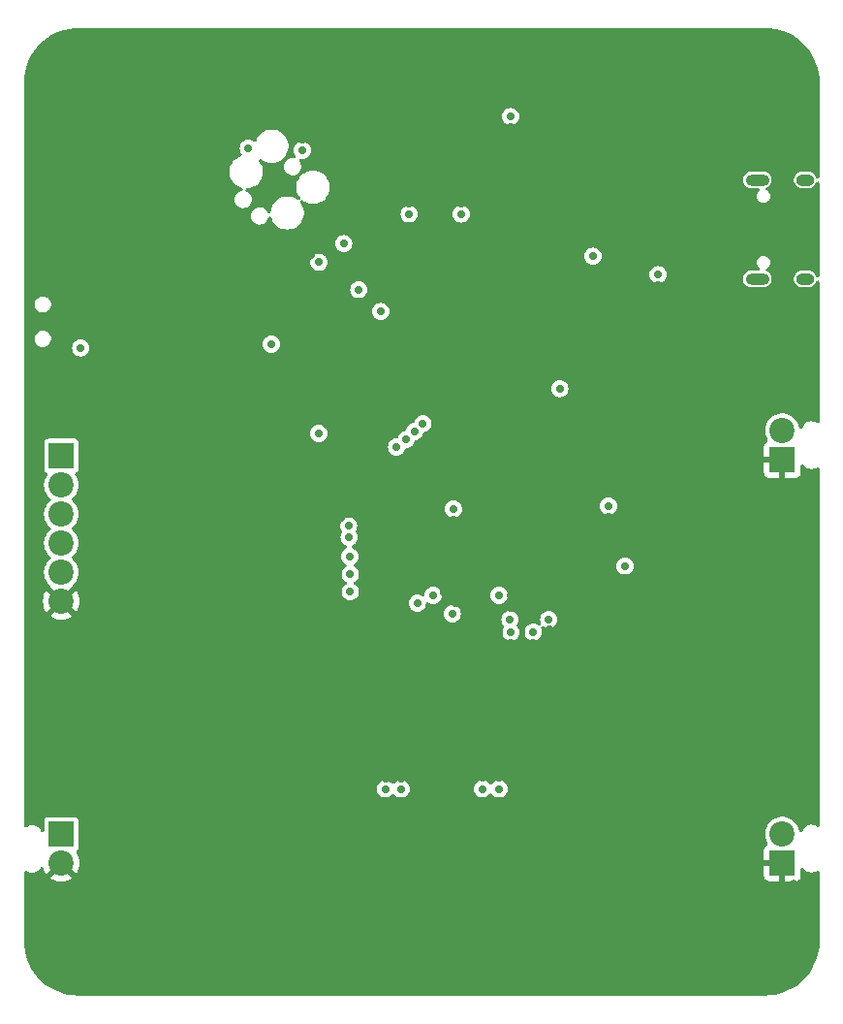
<source format=gbr>
%TF.GenerationSoftware,KiCad,Pcbnew,7.0.6-0*%
%TF.CreationDate,2024-09-28T22:57:35-04:00*%
%TF.ProjectId,GuitarFX,47756974-6172-4465-982e-6b696361645f,rev?*%
%TF.SameCoordinates,Original*%
%TF.FileFunction,Copper,L2,Inr*%
%TF.FilePolarity,Positive*%
%FSLAX46Y46*%
G04 Gerber Fmt 4.6, Leading zero omitted, Abs format (unit mm)*
G04 Created by KiCad (PCBNEW 7.0.6-0) date 2024-09-28 22:57:35*
%MOMM*%
%LPD*%
G01*
G04 APERTURE LIST*
%TA.AperFunction,ComponentPad*%
%ADD10C,0.800000*%
%TD*%
%TA.AperFunction,ComponentPad*%
%ADD11C,6.400000*%
%TD*%
%TA.AperFunction,ComponentPad*%
%ADD12R,2.200000X2.200000*%
%TD*%
%TA.AperFunction,ComponentPad*%
%ADD13C,2.200000*%
%TD*%
%TA.AperFunction,ComponentPad*%
%ADD14O,2.100000X1.000000*%
%TD*%
%TA.AperFunction,ComponentPad*%
%ADD15O,1.600000X1.000000*%
%TD*%
%TA.AperFunction,ViaPad*%
%ADD16C,0.700000*%
%TD*%
%TA.AperFunction,ViaPad*%
%ADD17C,0.800000*%
%TD*%
G04 APERTURE END LIST*
D10*
%TO.N,GND*%
%TO.C,H102*%
X172600000Y-63500000D03*
X173302944Y-61802944D03*
X173302944Y-65197056D03*
X175000000Y-61100000D03*
D11*
X175000000Y-63500000D03*
D10*
X175000000Y-65900000D03*
X176697056Y-61802944D03*
X176697056Y-65197056D03*
X177400000Y-63500000D03*
%TD*%
%TO.N,GND*%
%TO.C,H103*%
X172600000Y-138500000D03*
X173302944Y-136802944D03*
X173302944Y-140197056D03*
X175000000Y-136100000D03*
D11*
X175000000Y-138500000D03*
D10*
X175000000Y-140900000D03*
X176697056Y-136802944D03*
X176697056Y-140197056D03*
X177400000Y-138500000D03*
%TD*%
D12*
%TO.N,/Codec/AUDIO_VOUT*%
%TO.C,J402*%
X113500000Y-129160000D03*
D13*
%TO.N,GND*%
X113500000Y-131700000D03*
%TD*%
D12*
%TO.N,/MCU/ADC3_INP1*%
%TO.C,J303*%
X113500000Y-96120000D03*
D13*
%TO.N,/MCU/ADC3_INP0*%
X113500000Y-98660000D03*
%TO.N,/MCU/ADC3_INP11*%
X113500000Y-101200000D03*
%TO.N,/MCU/ADC3_INP10*%
X113500000Y-103740000D03*
%TO.N,+3.3V*%
X113500000Y-106280000D03*
%TO.N,GND*%
X113500000Y-108820000D03*
%TD*%
D10*
%TO.N,GND*%
%TO.C,H104*%
X112600000Y-138500000D03*
X113302944Y-136802944D03*
X113302944Y-140197056D03*
X115000000Y-136100000D03*
D11*
X115000000Y-138500000D03*
D10*
X115000000Y-140900000D03*
X116697056Y-136802944D03*
X116697056Y-140197056D03*
X117400000Y-138500000D03*
%TD*%
D12*
%TO.N,GND*%
%TO.C,J202*%
X176500000Y-96450000D03*
D13*
%TO.N,VCC*%
X176500000Y-93910000D03*
%TD*%
D10*
%TO.N,GND*%
%TO.C,H101*%
X112600000Y-63500000D03*
X113302944Y-61802944D03*
X113302944Y-65197056D03*
X115000000Y-61100000D03*
D11*
X115000000Y-63500000D03*
D10*
X115000000Y-65900000D03*
X116697056Y-61802944D03*
X116697056Y-65197056D03*
X117400000Y-63500000D03*
%TD*%
D12*
%TO.N,GND*%
%TO.C,J401*%
X176500000Y-131680000D03*
D13*
%TO.N,/Codec/AUDIO_VIN*%
X176500000Y-129140000D03*
%TD*%
D14*
%TO.N,N/C*%
%TO.C,J301*%
X174320000Y-80670000D03*
D15*
X178500000Y-80670000D03*
D14*
X174320000Y-72030000D03*
D15*
X178500000Y-72030000D03*
%TD*%
D16*
%TO.N,+5VA*%
X143199500Y-125200000D03*
X151750000Y-125200000D03*
X141800500Y-125200000D03*
X150300500Y-125200000D03*
D17*
%TO.N,GND*%
X162500000Y-73500000D03*
D16*
X152750000Y-67450000D03*
D17*
X170000000Y-71000000D03*
X172500000Y-131000000D03*
D16*
X172100000Y-80400000D03*
D17*
X135000000Y-136000000D03*
X162500000Y-136000000D03*
X125000000Y-73500000D03*
D16*
X143900000Y-74100000D03*
D17*
X160000000Y-103500000D03*
X167500000Y-88500000D03*
X165000000Y-91000000D03*
X170000000Y-123500000D03*
D16*
X139550000Y-107300000D03*
D17*
X157500000Y-121000000D03*
X112500000Y-121000000D03*
X167500000Y-61000000D03*
X132500000Y-128500000D03*
X177500000Y-113500000D03*
X117500000Y-113500000D03*
X152500000Y-68500000D03*
X155000000Y-118500000D03*
X170000000Y-103500000D03*
D16*
X139350000Y-104050000D03*
D17*
X155000000Y-63500000D03*
X140000000Y-68500000D03*
X117500000Y-86000000D03*
X112500000Y-118500000D03*
X120000000Y-71000000D03*
X152500000Y-116000000D03*
X172500000Y-68500000D03*
D16*
X137300000Y-113200000D03*
D17*
X177500000Y-123500000D03*
X165000000Y-63500000D03*
X125000000Y-123500000D03*
X125000000Y-136000000D03*
X122500000Y-83500000D03*
X157500000Y-118500000D03*
X172500000Y-83500000D03*
X120000000Y-93500000D03*
X177500000Y-111000000D03*
X122500000Y-141000000D03*
D16*
X143200000Y-124300000D03*
D17*
X125000000Y-113500000D03*
D16*
X147550000Y-130750000D03*
D17*
X165000000Y-141000000D03*
X122500000Y-138500000D03*
X127500000Y-81000000D03*
X115000000Y-113500000D03*
X132500000Y-81000000D03*
X117500000Y-123500000D03*
X152500000Y-71000000D03*
D16*
X173900000Y-82350000D03*
D17*
X172500000Y-101000000D03*
X172500000Y-88500000D03*
X125000000Y-111000000D03*
X152500000Y-61000000D03*
X170000000Y-108500000D03*
D16*
X159800000Y-119050000D03*
D17*
X145000000Y-61000000D03*
X167500000Y-123500000D03*
X170000000Y-83500000D03*
D16*
X159100000Y-77500000D03*
D17*
X132500000Y-138500000D03*
X122500000Y-126000000D03*
D16*
X162700000Y-106750000D03*
D17*
X175000000Y-98500000D03*
X157500000Y-68500000D03*
X120000000Y-136000000D03*
D16*
X160815500Y-134100000D03*
X133350000Y-134500000D03*
D17*
X172500000Y-116000000D03*
X122500000Y-71000000D03*
D16*
X165650000Y-81200000D03*
D17*
X132500000Y-123500000D03*
D16*
X172100000Y-72300000D03*
D17*
X167500000Y-91000000D03*
D16*
X159800000Y-122100000D03*
D17*
X172500000Y-133500000D03*
D16*
X169300000Y-99800000D03*
X148300000Y-127950000D03*
D17*
X167500000Y-126000000D03*
X162500000Y-63500000D03*
D16*
X149700000Y-71400000D03*
X156168989Y-111296853D03*
D17*
X120000000Y-73500000D03*
X175000000Y-113500000D03*
X157500000Y-138500000D03*
X120000000Y-118500000D03*
X122500000Y-123500000D03*
X112500000Y-91000000D03*
D16*
X146950000Y-123500000D03*
X168550000Y-119000000D03*
D17*
X167500000Y-141000000D03*
X137500000Y-63500000D03*
X125000000Y-61000000D03*
X137500000Y-136000000D03*
D16*
X171300000Y-73100000D03*
D17*
X125000000Y-63500000D03*
X115000000Y-118500000D03*
X150000000Y-63500000D03*
X162500000Y-66000000D03*
X152500000Y-121000000D03*
X167500000Y-71000000D03*
X177500000Y-88500000D03*
X172500000Y-123500000D03*
D16*
X170850000Y-75850000D03*
D17*
X157500000Y-123500000D03*
D16*
X144561902Y-107603815D03*
D17*
X165000000Y-71000000D03*
X137500000Y-61000000D03*
X177500000Y-121000000D03*
X170000000Y-111000000D03*
X177500000Y-126000000D03*
X127500000Y-121000000D03*
X130000000Y-138500000D03*
D16*
X142200000Y-109900000D03*
D17*
X177500000Y-133500000D03*
X175000000Y-83500000D03*
X142500000Y-136000000D03*
X117500000Y-78500000D03*
X155000000Y-68500000D03*
X130000000Y-113500000D03*
D16*
X139700000Y-98050000D03*
D17*
X165000000Y-61000000D03*
X172500000Y-71000000D03*
X165000000Y-136000000D03*
X172500000Y-121000000D03*
X120000000Y-76000000D03*
D16*
X139500000Y-121700000D03*
X152750000Y-108300000D03*
D17*
X165000000Y-86000000D03*
D16*
X148450000Y-74100000D03*
D17*
X167500000Y-136000000D03*
X177500000Y-83500000D03*
X125000000Y-81000000D03*
X155000000Y-73500000D03*
X132500000Y-113500000D03*
X147500000Y-63500000D03*
X167500000Y-113500000D03*
D16*
X152803815Y-109450000D03*
D17*
X130000000Y-61000000D03*
X130000000Y-81000000D03*
X130000000Y-63500000D03*
X127500000Y-136000000D03*
D16*
X116250000Y-86700000D03*
X170300000Y-135000000D03*
D17*
X175000000Y-133500000D03*
X170000000Y-121000000D03*
X115000000Y-83500000D03*
X167500000Y-86000000D03*
X162500000Y-61000000D03*
X155000000Y-71000000D03*
D16*
X150300000Y-124250000D03*
X151000000Y-72950000D03*
X159400000Y-107100000D03*
D17*
X120000000Y-88500000D03*
X120000000Y-81000000D03*
X112500000Y-76000000D03*
X177500000Y-103500000D03*
D16*
X171300000Y-79600000D03*
X139650000Y-78550000D03*
D17*
X127500000Y-93500000D03*
X127500000Y-76000000D03*
X135000000Y-128500000D03*
X137500000Y-68500000D03*
X135000000Y-63500000D03*
X160000000Y-63500000D03*
D16*
X158800000Y-115550000D03*
D17*
X120000000Y-91000000D03*
D16*
X136560000Y-133200000D03*
D17*
X162500000Y-68500000D03*
X132500000Y-61000000D03*
X135000000Y-123500000D03*
X125000000Y-66000000D03*
X157500000Y-111000000D03*
D16*
X168100000Y-131350000D03*
D17*
X167500000Y-66000000D03*
X130000000Y-111000000D03*
X130000000Y-93500000D03*
D16*
X147750000Y-101700000D03*
X149950000Y-119550000D03*
D17*
X157500000Y-73500000D03*
D16*
X168550000Y-121150000D03*
D17*
X117500000Y-76000000D03*
X157500000Y-136000000D03*
X157500000Y-141000000D03*
X132500000Y-111000000D03*
X167500000Y-103500000D03*
X165000000Y-73500000D03*
X140000000Y-66000000D03*
X127500000Y-118500000D03*
D16*
X149700000Y-72950000D03*
D17*
X160000000Y-136000000D03*
X167500000Y-116000000D03*
X125000000Y-88500000D03*
D16*
X134500000Y-85050000D03*
X169300000Y-101050000D03*
X139500000Y-92300000D03*
D17*
X130000000Y-88500000D03*
D16*
X145300000Y-123500000D03*
D17*
X172500000Y-111000000D03*
X167500000Y-63500000D03*
X175000000Y-118500000D03*
X157500000Y-103500000D03*
X115000000Y-76000000D03*
X120000000Y-63500000D03*
X177500000Y-118500000D03*
X117500000Y-73500000D03*
X127500000Y-91000000D03*
X135000000Y-66000000D03*
X177500000Y-86000000D03*
X172500000Y-91000000D03*
X140000000Y-61000000D03*
X170000000Y-116000000D03*
D16*
X149950000Y-118600000D03*
D17*
X117500000Y-83500000D03*
X157500000Y-113500000D03*
D16*
X170300000Y-99800000D03*
D17*
X175000000Y-106000000D03*
X130000000Y-83500000D03*
D16*
X126850000Y-131000000D03*
D17*
X132500000Y-91000000D03*
X162500000Y-138500000D03*
X157500000Y-61000000D03*
D16*
X166700000Y-82000000D03*
D17*
X170000000Y-66000000D03*
X170000000Y-88500000D03*
D16*
X138400000Y-130800000D03*
D17*
X130000000Y-121000000D03*
X152500000Y-123500000D03*
X125000000Y-68500000D03*
X142500000Y-61000000D03*
X115000000Y-78500000D03*
D16*
X171300000Y-72300000D03*
X159800000Y-119950000D03*
D17*
X147500000Y-116000000D03*
X120000000Y-126000000D03*
D16*
X136060000Y-77826444D03*
D17*
X175000000Y-108500000D03*
X122500000Y-68500000D03*
X165000000Y-123500000D03*
X130000000Y-141000000D03*
X167500000Y-108500000D03*
X115000000Y-81000000D03*
X125000000Y-121000000D03*
X132500000Y-141000000D03*
X112500000Y-123500000D03*
X167500000Y-138500000D03*
X127500000Y-78500000D03*
X177500000Y-106000000D03*
X162500000Y-71000000D03*
D16*
X134550000Y-91750000D03*
X139550000Y-72650000D03*
D17*
X120000000Y-86000000D03*
X117500000Y-81000000D03*
X115000000Y-111000000D03*
X177500000Y-108500000D03*
X170000000Y-61000000D03*
X115000000Y-116000000D03*
X125000000Y-138500000D03*
D16*
X152800000Y-112450000D03*
D17*
X160000000Y-61000000D03*
D16*
X136650000Y-93400000D03*
D17*
X140000000Y-63500000D03*
D16*
X171300000Y-101050000D03*
X168550000Y-122050000D03*
X140700000Y-121700000D03*
D17*
X127500000Y-83500000D03*
X160000000Y-106000000D03*
X127500000Y-88500000D03*
X122500000Y-81000000D03*
X132500000Y-83500000D03*
D16*
X143250000Y-132700000D03*
D17*
X170000000Y-141000000D03*
X127500000Y-141000000D03*
X130000000Y-123500000D03*
X117500000Y-91000000D03*
X125000000Y-86000000D03*
D16*
X162700000Y-128035000D03*
X169808550Y-74050500D03*
D17*
X132500000Y-118500000D03*
X127500000Y-138500000D03*
D16*
X168550000Y-119900000D03*
D17*
X120000000Y-66000000D03*
X137500000Y-116000000D03*
X175000000Y-121000000D03*
X147500000Y-136000000D03*
D16*
X168700000Y-82000000D03*
D17*
X132500000Y-136000000D03*
X115000000Y-123500000D03*
X157500000Y-71000000D03*
X175000000Y-103500000D03*
D16*
X170300000Y-101050000D03*
D17*
X150000000Y-136000000D03*
X137500000Y-128500000D03*
X165000000Y-113500000D03*
D16*
X137300000Y-118900000D03*
D17*
X112500000Y-111000000D03*
X170000000Y-126000000D03*
X125000000Y-71000000D03*
X170000000Y-136000000D03*
X172500000Y-126000000D03*
D16*
X168600000Y-133300000D03*
D17*
X127500000Y-86000000D03*
D16*
X119500000Y-134950000D03*
D17*
X155000000Y-121000000D03*
D16*
X135239447Y-97652634D03*
D17*
X167500000Y-73500000D03*
D16*
X114980000Y-82130000D03*
D17*
X130000000Y-96000000D03*
X172500000Y-86000000D03*
X117500000Y-116000000D03*
X125000000Y-91000000D03*
X170000000Y-91000000D03*
X160000000Y-138500000D03*
X170000000Y-138500000D03*
X112500000Y-133500000D03*
D16*
X154750000Y-112450000D03*
X135300000Y-78600000D03*
D17*
X157500000Y-116000000D03*
X175000000Y-68500000D03*
X165000000Y-93500000D03*
X115000000Y-68500000D03*
X137500000Y-123500000D03*
X170000000Y-63500000D03*
D16*
X153798034Y-128979291D03*
D17*
X117500000Y-133500000D03*
X120000000Y-123500000D03*
D16*
X159800000Y-121200000D03*
X173850000Y-70350000D03*
D17*
X175000000Y-123500000D03*
D16*
X147600000Y-76100000D03*
D17*
X125000000Y-126000000D03*
X122500000Y-121000000D03*
D16*
X143600000Y-111300000D03*
D17*
X165000000Y-83500000D03*
X152500000Y-73500000D03*
X112500000Y-116000000D03*
X157500000Y-63500000D03*
X172500000Y-113500000D03*
X162500000Y-141000000D03*
X167500000Y-111000000D03*
X115000000Y-121000000D03*
X177500000Y-98500000D03*
X122500000Y-136000000D03*
X115000000Y-91000000D03*
D16*
X128650000Y-128500000D03*
D17*
X127500000Y-96000000D03*
X140000000Y-123500000D03*
X122500000Y-108500000D03*
X122500000Y-76000000D03*
X122500000Y-86000000D03*
X120000000Y-78500000D03*
X112500000Y-68500000D03*
D16*
X172100000Y-73100000D03*
D17*
X127500000Y-68500000D03*
X165000000Y-96000000D03*
X175000000Y-88500000D03*
X120000000Y-68500000D03*
X127500000Y-111000000D03*
X135000000Y-61000000D03*
X137500000Y-66000000D03*
D16*
X151000000Y-71400000D03*
D17*
X117500000Y-71000000D03*
D16*
X151000000Y-69900000D03*
D17*
X117500000Y-131000000D03*
D16*
X154401490Y-130653028D03*
D17*
X127500000Y-73500000D03*
D16*
X158050000Y-91150000D03*
X156250000Y-128000000D03*
X159000000Y-109300000D03*
D17*
X175000000Y-111000000D03*
X142500000Y-63500000D03*
D16*
X139950000Y-79500000D03*
D17*
X125000000Y-116000000D03*
X117500000Y-126000000D03*
X145000000Y-116000000D03*
X170000000Y-86000000D03*
X152500000Y-118500000D03*
D16*
X141800000Y-124300000D03*
D17*
X117500000Y-111000000D03*
X175000000Y-101000000D03*
D16*
X137950000Y-101500500D03*
D17*
X120000000Y-61000000D03*
D16*
X161300000Y-101450000D03*
D17*
X147500000Y-61000000D03*
X127500000Y-63500000D03*
X127500000Y-123500000D03*
X165000000Y-88500000D03*
X132500000Y-116000000D03*
X130000000Y-78500000D03*
X127500000Y-116000000D03*
X165000000Y-111000000D03*
X155000000Y-61000000D03*
D16*
X158300000Y-78200000D03*
D17*
X115000000Y-73500000D03*
X117500000Y-68500000D03*
X160000000Y-141000000D03*
X155000000Y-113500000D03*
D16*
X146450000Y-100850000D03*
D17*
X120000000Y-141000000D03*
D16*
X151750000Y-124250000D03*
D17*
X132500000Y-93500000D03*
X140000000Y-136000000D03*
X157500000Y-106000000D03*
X122500000Y-78500000D03*
X130000000Y-86000000D03*
D16*
X134550000Y-68500000D03*
D17*
X127500000Y-126000000D03*
X167500000Y-106000000D03*
X165000000Y-138500000D03*
X177500000Y-101000000D03*
X152500000Y-63500000D03*
D16*
X129000000Y-68400000D03*
D17*
X127500000Y-61000000D03*
D16*
X149700000Y-69900000D03*
D17*
X132500000Y-66000000D03*
X120000000Y-111000000D03*
X125000000Y-141000000D03*
D16*
X172100000Y-79600000D03*
D17*
X125000000Y-78500000D03*
X122500000Y-88500000D03*
D16*
X171300000Y-80400000D03*
D17*
X122500000Y-91000000D03*
X112500000Y-71000000D03*
D16*
X153350000Y-89450000D03*
D17*
X115000000Y-133500000D03*
X177500000Y-116000000D03*
X122500000Y-73500000D03*
X130000000Y-91000000D03*
X165000000Y-66000000D03*
X177500000Y-68500000D03*
X132500000Y-121000000D03*
D16*
X159000000Y-108300000D03*
D17*
X127500000Y-71000000D03*
D16*
X147978486Y-109014319D03*
D17*
X122500000Y-63500000D03*
X172500000Y-118500000D03*
X155000000Y-123500000D03*
X145000000Y-136000000D03*
X125000000Y-83500000D03*
D16*
X129450000Y-75100000D03*
D17*
X122500000Y-61000000D03*
X165000000Y-68500000D03*
X112500000Y-113500000D03*
X170000000Y-118500000D03*
X150000000Y-61000000D03*
X122500000Y-66000000D03*
X132500000Y-63500000D03*
X175000000Y-86000000D03*
D16*
X146956241Y-108066747D03*
D17*
X172500000Y-103500000D03*
X155000000Y-116000000D03*
X172500000Y-106000000D03*
D16*
X156300000Y-89550000D03*
D17*
X157500000Y-108500000D03*
X175000000Y-116000000D03*
D16*
X160850000Y-130585000D03*
D17*
X130000000Y-118500000D03*
X115000000Y-71000000D03*
X130000000Y-136000000D03*
X167500000Y-128500000D03*
X125000000Y-76000000D03*
X117500000Y-88500000D03*
D16*
X122000000Y-129490000D03*
D17*
X170000000Y-106000000D03*
X122500000Y-111000000D03*
X122500000Y-93500000D03*
X122500000Y-116000000D03*
X145000000Y-63500000D03*
X172500000Y-108500000D03*
X172500000Y-98500000D03*
D16*
X171300000Y-99800000D03*
D17*
X112500000Y-73500000D03*
X142500000Y-116000000D03*
X125000000Y-93500000D03*
D16*
X126222196Y-129303180D03*
X131639447Y-97152634D03*
D17*
X170000000Y-113500000D03*
X130000000Y-116000000D03*
X167500000Y-83500000D03*
X120000000Y-138500000D03*
D16*
X158800000Y-114600000D03*
X160400000Y-107100000D03*
X138650000Y-99100000D03*
%TO.N,/Power/VCC_FILT*%
X152750000Y-66500000D03*
X161300000Y-100500000D03*
%TO.N,+3.3V*%
X135995803Y-94154196D03*
X157050000Y-90250000D03*
X115200000Y-86700000D03*
X143900000Y-75000000D03*
X147754258Y-100758224D03*
X144600000Y-108996185D03*
X136013994Y-79224241D03*
X134550000Y-69450000D03*
X148450000Y-75000000D03*
X131862500Y-86362500D03*
X159950500Y-78700000D03*
X151750000Y-108300000D03*
X138600000Y-102250000D03*
%TO.N,VUSB_FILT*%
X162750000Y-105750000D03*
X165650000Y-80300000D03*
%TO.N,/MCU/MCU_NRST*%
X139500000Y-81600000D03*
X141405971Y-83528532D03*
%TO.N,/MCU/NRST*%
X138183452Y-77593438D03*
X129850000Y-69250000D03*
%TO.N,I2C1_SCL*%
X152800000Y-111550000D03*
X154750000Y-111500000D03*
%TO.N,I2C1_SDA*%
X152700000Y-110400000D03*
X156100000Y-110400000D03*
%TO.N,/Codec/CODEC_LRCK1*%
X147650000Y-109900000D03*
X146000000Y-108300000D03*
%TO.N,/MCU/ADC3_INP10*%
X145100000Y-93300000D03*
X138750000Y-108000000D03*
%TO.N,/MCU/ADC3_INP11*%
X138750000Y-106450000D03*
X144350000Y-94000000D03*
%TO.N,/MCU/ADC3_INP0*%
X143650000Y-94700000D03*
X138700000Y-104900000D03*
%TO.N,/MCU/ADC3_INP1*%
X142800000Y-95350000D03*
X138650000Y-103250000D03*
%TD*%
%TA.AperFunction,Conductor*%
%TO.N,GND*%
G36*
X175410694Y-58768431D02*
G01*
X175417155Y-58768995D01*
X175821540Y-58822234D01*
X175827893Y-58823354D01*
X176163326Y-58897717D01*
X176226080Y-58911630D01*
X176232361Y-58913313D01*
X176621322Y-59035952D01*
X176627432Y-59038176D01*
X177004217Y-59194245D01*
X177010104Y-59196989D01*
X177060519Y-59223234D01*
X177371864Y-59385310D01*
X177377489Y-59388557D01*
X177536726Y-59490002D01*
X177721455Y-59607688D01*
X177726781Y-59611417D01*
X178050358Y-59859706D01*
X178055306Y-59863858D01*
X178311803Y-60098894D01*
X178356004Y-60139397D01*
X178360602Y-60143995D01*
X178636139Y-60444691D01*
X178640295Y-60449644D01*
X178806131Y-60665766D01*
X178888582Y-60773218D01*
X178892311Y-60778544D01*
X179111438Y-61122503D01*
X179114689Y-61128135D01*
X179303006Y-61489888D01*
X179305754Y-61495782D01*
X179461823Y-61872567D01*
X179464047Y-61878677D01*
X179586686Y-62267638D01*
X179588369Y-62273919D01*
X179676640Y-62672081D01*
X179677769Y-62678484D01*
X179731002Y-63082827D01*
X179731568Y-63089305D01*
X179749500Y-63499999D01*
X179749500Y-71730611D01*
X179729538Y-71805111D01*
X179675000Y-71859649D01*
X179600500Y-71879611D01*
X179526000Y-71859649D01*
X179471462Y-71805111D01*
X179461183Y-71783448D01*
X179459790Y-71779776D01*
X179459790Y-71779775D01*
X179380734Y-71629148D01*
X179380732Y-71629146D01*
X179380732Y-71629145D01*
X179267932Y-71501820D01*
X179267930Y-71501819D01*
X179267929Y-71501817D01*
X179127930Y-71405182D01*
X179127929Y-71405181D01*
X178968874Y-71344860D01*
X178932729Y-71340471D01*
X178842372Y-71329500D01*
X178157628Y-71329500D01*
X178078565Y-71339100D01*
X178031125Y-71344860D01*
X177872070Y-71405181D01*
X177732071Y-71501817D01*
X177732067Y-71501820D01*
X177619267Y-71629145D01*
X177540209Y-71779775D01*
X177499500Y-71944943D01*
X177499500Y-72115056D01*
X177540209Y-72280224D01*
X177619267Y-72430854D01*
X177732067Y-72558179D01*
X177732071Y-72558183D01*
X177872070Y-72654818D01*
X177974151Y-72693532D01*
X178031128Y-72715140D01*
X178157628Y-72730500D01*
X178157634Y-72730500D01*
X178842365Y-72730500D01*
X178842372Y-72730500D01*
X178968872Y-72715140D01*
X179127930Y-72654818D01*
X179267929Y-72558183D01*
X179380734Y-72430852D01*
X179459790Y-72280225D01*
X179459793Y-72280211D01*
X179461181Y-72276555D01*
X179463151Y-72273819D01*
X179463978Y-72272245D01*
X179464201Y-72272362D01*
X179506263Y-72213974D01*
X179576595Y-72182318D01*
X179653333Y-72190069D01*
X179715914Y-72235151D01*
X179747570Y-72305483D01*
X179749500Y-72329388D01*
X179749500Y-80370611D01*
X179729538Y-80445111D01*
X179675000Y-80499649D01*
X179600500Y-80519611D01*
X179526000Y-80499649D01*
X179471462Y-80445111D01*
X179461183Y-80423448D01*
X179459790Y-80419776D01*
X179459790Y-80419775D01*
X179380734Y-80269148D01*
X179380732Y-80269146D01*
X179380732Y-80269145D01*
X179267932Y-80141820D01*
X179267930Y-80141819D01*
X179267929Y-80141817D01*
X179127930Y-80045182D01*
X179127929Y-80045181D01*
X178968874Y-79984860D01*
X178924646Y-79979490D01*
X178842372Y-79969500D01*
X178157628Y-79969500D01*
X178078565Y-79979100D01*
X178031125Y-79984860D01*
X177872070Y-80045181D01*
X177732071Y-80141817D01*
X177732067Y-80141820D01*
X177619267Y-80269145D01*
X177540209Y-80419775D01*
X177499500Y-80584943D01*
X177499500Y-80755056D01*
X177540209Y-80920224D01*
X177619267Y-81070854D01*
X177732067Y-81198179D01*
X177732071Y-81198183D01*
X177872070Y-81294818D01*
X178031128Y-81355140D01*
X178157628Y-81370500D01*
X178157634Y-81370500D01*
X178842365Y-81370500D01*
X178842372Y-81370500D01*
X178968872Y-81355140D01*
X179127930Y-81294818D01*
X179267929Y-81198183D01*
X179380734Y-81070852D01*
X179459790Y-80920225D01*
X179459793Y-80920211D01*
X179461181Y-80916555D01*
X179463151Y-80913819D01*
X179463978Y-80912245D01*
X179464201Y-80912362D01*
X179506263Y-80853974D01*
X179576595Y-80822318D01*
X179653333Y-80830069D01*
X179715914Y-80875151D01*
X179747570Y-80945483D01*
X179749500Y-80969388D01*
X179749500Y-93128994D01*
X179729538Y-93203494D01*
X179675000Y-93258032D01*
X179600500Y-93277994D01*
X179526000Y-93258032D01*
X179521227Y-93255156D01*
X179393888Y-93175144D01*
X179293735Y-93140099D01*
X179221495Y-93114821D01*
X179085520Y-93099500D01*
X178994480Y-93099500D01*
X178858505Y-93114821D01*
X178686111Y-93175144D01*
X178531464Y-93272316D01*
X178531462Y-93272316D01*
X178402316Y-93401462D01*
X178402316Y-93401464D01*
X178305145Y-93556110D01*
X178267425Y-93663907D01*
X178223977Y-93727633D01*
X178154487Y-93761097D01*
X178077574Y-93755334D01*
X178013848Y-93711886D01*
X177982346Y-93651275D01*
X177924063Y-93421119D01*
X177824173Y-93193393D01*
X177688164Y-92985215D01*
X177688163Y-92985214D01*
X177688162Y-92985212D01*
X177519743Y-92802261D01*
X177323510Y-92649527D01*
X177323505Y-92649523D01*
X177104815Y-92531174D01*
X177104811Y-92531172D01*
X176869613Y-92450428D01*
X176869609Y-92450427D01*
X176624335Y-92409500D01*
X176375665Y-92409500D01*
X176375664Y-92409500D01*
X176130390Y-92450427D01*
X176130386Y-92450428D01*
X175895188Y-92531172D01*
X175895184Y-92531174D01*
X175676494Y-92649523D01*
X175676489Y-92649527D01*
X175480256Y-92802261D01*
X175311837Y-92985212D01*
X175175827Y-93193392D01*
X175075937Y-93421117D01*
X175014891Y-93662183D01*
X174994357Y-93909998D01*
X174994357Y-93910001D01*
X175014891Y-94157816D01*
X175014891Y-94157819D01*
X175014892Y-94157821D01*
X175032945Y-94229110D01*
X175075937Y-94398882D01*
X175175827Y-94626607D01*
X175217773Y-94690811D01*
X175241809Y-94764098D01*
X175225981Y-94839585D01*
X175174530Y-94897044D01*
X175164440Y-94903082D01*
X175157908Y-94906648D01*
X175042812Y-94992809D01*
X175042809Y-94992812D01*
X174956650Y-95107905D01*
X174956645Y-95107915D01*
X174906401Y-95242622D01*
X174900001Y-95302157D01*
X174900000Y-95302177D01*
X174900000Y-96200000D01*
X176005148Y-96200000D01*
X175956441Y-96337047D01*
X175946123Y-96487886D01*
X175976884Y-96635915D01*
X176010090Y-96700000D01*
X174900000Y-96700000D01*
X174900000Y-97597822D01*
X174900001Y-97597842D01*
X174906401Y-97657377D01*
X174956645Y-97792084D01*
X174956650Y-97792094D01*
X175042809Y-97907187D01*
X175042812Y-97907190D01*
X175157905Y-97993349D01*
X175157915Y-97993354D01*
X175292623Y-98043598D01*
X175292621Y-98043598D01*
X175352157Y-98049998D01*
X175352177Y-98050000D01*
X176250000Y-98050000D01*
X176250000Y-96941683D01*
X176278819Y-96959209D01*
X176424404Y-97000000D01*
X176537622Y-97000000D01*
X176649783Y-96984584D01*
X176750000Y-96941053D01*
X176750000Y-98050000D01*
X177647823Y-98050000D01*
X177647842Y-98049998D01*
X177707377Y-98043598D01*
X177842084Y-97993354D01*
X177842094Y-97993349D01*
X177957187Y-97907190D01*
X177957190Y-97907187D01*
X178043349Y-97792094D01*
X178043354Y-97792084D01*
X178093598Y-97657377D01*
X178099998Y-97597842D01*
X178100000Y-97597822D01*
X178100000Y-96994593D01*
X178119962Y-96920093D01*
X178174500Y-96865555D01*
X178249000Y-96845593D01*
X178323500Y-96865555D01*
X178375162Y-96915321D01*
X178378160Y-96920093D01*
X178402316Y-96958536D01*
X178531464Y-97087684D01*
X178686112Y-97184856D01*
X178858505Y-97245179D01*
X178994480Y-97260500D01*
X179085520Y-97260500D01*
X179221495Y-97245179D01*
X179393888Y-97184856D01*
X179521228Y-97104842D01*
X179594928Y-97082109D01*
X179670122Y-97099272D01*
X179726662Y-97151732D01*
X179749396Y-97225433D01*
X179749500Y-97231005D01*
X179749500Y-128358994D01*
X179729538Y-128433494D01*
X179675000Y-128488032D01*
X179600500Y-128507994D01*
X179526000Y-128488032D01*
X179521227Y-128485156D01*
X179393888Y-128405144D01*
X179393887Y-128405144D01*
X179221495Y-128344821D01*
X179085520Y-128329500D01*
X178994480Y-128329500D01*
X178858505Y-128344821D01*
X178686111Y-128405144D01*
X178531464Y-128502316D01*
X178531462Y-128502316D01*
X178402316Y-128631462D01*
X178402316Y-128631464D01*
X178305144Y-128786112D01*
X178298146Y-128806111D01*
X178267425Y-128893907D01*
X178223977Y-128957633D01*
X178154487Y-128991097D01*
X178077574Y-128985334D01*
X178013848Y-128941886D01*
X177982346Y-128881275D01*
X177924063Y-128651119D01*
X177824173Y-128423393D01*
X177688164Y-128215215D01*
X177688163Y-128215214D01*
X177688162Y-128215212D01*
X177519743Y-128032261D01*
X177323510Y-127879527D01*
X177323505Y-127879523D01*
X177104815Y-127761174D01*
X177104811Y-127761172D01*
X176869613Y-127680428D01*
X176869609Y-127680427D01*
X176624335Y-127639500D01*
X176375665Y-127639500D01*
X176375664Y-127639500D01*
X176130390Y-127680427D01*
X176130386Y-127680428D01*
X175895188Y-127761172D01*
X175895184Y-127761174D01*
X175676494Y-127879523D01*
X175676489Y-127879527D01*
X175480256Y-128032261D01*
X175311837Y-128215212D01*
X175175827Y-128423392D01*
X175075937Y-128651117D01*
X175014891Y-128892183D01*
X174994357Y-129139998D01*
X174994357Y-129140001D01*
X175014891Y-129387816D01*
X175014891Y-129387819D01*
X175014892Y-129387821D01*
X175041752Y-129493888D01*
X175075937Y-129628882D01*
X175175827Y-129856607D01*
X175217773Y-129920811D01*
X175241809Y-129994098D01*
X175225981Y-130069585D01*
X175174530Y-130127044D01*
X175164440Y-130133082D01*
X175157908Y-130136648D01*
X175042812Y-130222809D01*
X175042809Y-130222812D01*
X174956650Y-130337905D01*
X174956645Y-130337915D01*
X174906401Y-130472622D01*
X174900001Y-130532157D01*
X174900000Y-130532177D01*
X174900000Y-131430000D01*
X176005148Y-131430000D01*
X175956441Y-131567047D01*
X175946123Y-131717886D01*
X175976884Y-131865915D01*
X176010090Y-131930000D01*
X174900000Y-131930000D01*
X174900000Y-132827822D01*
X174900001Y-132827842D01*
X174906401Y-132887377D01*
X174956645Y-133022084D01*
X174956650Y-133022094D01*
X175042809Y-133137187D01*
X175042812Y-133137190D01*
X175157905Y-133223349D01*
X175157915Y-133223354D01*
X175292623Y-133273598D01*
X175292621Y-133273598D01*
X175352157Y-133279998D01*
X175352177Y-133280000D01*
X176250000Y-133280000D01*
X176250000Y-132171683D01*
X176278819Y-132189209D01*
X176424404Y-132230000D01*
X176537622Y-132230000D01*
X176649783Y-132214584D01*
X176750000Y-132171053D01*
X176750000Y-133280000D01*
X177647823Y-133280000D01*
X177647842Y-133279998D01*
X177707377Y-133273598D01*
X177842084Y-133223354D01*
X177842094Y-133223349D01*
X177957187Y-133137190D01*
X177957190Y-133137187D01*
X178043349Y-133022094D01*
X178043354Y-133022084D01*
X178093598Y-132887377D01*
X178099998Y-132827842D01*
X178100000Y-132827822D01*
X178100000Y-132224593D01*
X178119962Y-132150093D01*
X178174500Y-132095555D01*
X178249000Y-132075593D01*
X178323500Y-132095555D01*
X178375162Y-132145321D01*
X178393401Y-132174349D01*
X178402316Y-132188536D01*
X178531464Y-132317684D01*
X178686112Y-132414856D01*
X178858505Y-132475179D01*
X178994480Y-132490500D01*
X179085520Y-132490500D01*
X179221495Y-132475179D01*
X179393888Y-132414856D01*
X179521228Y-132334842D01*
X179594928Y-132312109D01*
X179670122Y-132329272D01*
X179726662Y-132381732D01*
X179749396Y-132455433D01*
X179749500Y-132461005D01*
X179749500Y-138500000D01*
X179731568Y-138910694D01*
X179731002Y-138917172D01*
X179677769Y-139321515D01*
X179676640Y-139327918D01*
X179588369Y-139726080D01*
X179586686Y-139732361D01*
X179464047Y-140121322D01*
X179461823Y-140127432D01*
X179305754Y-140504217D01*
X179303006Y-140510111D01*
X179114689Y-140871864D01*
X179111438Y-140877496D01*
X178892311Y-141221455D01*
X178888582Y-141226781D01*
X178640308Y-141550340D01*
X178636128Y-141555321D01*
X178360602Y-141856004D01*
X178356004Y-141860602D01*
X178055321Y-142136128D01*
X178050340Y-142140308D01*
X177726781Y-142388582D01*
X177721455Y-142392311D01*
X177377496Y-142611438D01*
X177371864Y-142614689D01*
X177010111Y-142803006D01*
X177004217Y-142805754D01*
X176627432Y-142961823D01*
X176621322Y-142964047D01*
X176232361Y-143086686D01*
X176226080Y-143088369D01*
X175827918Y-143176640D01*
X175821518Y-143177768D01*
X175680427Y-143196343D01*
X175417172Y-143231002D01*
X175410694Y-143231568D01*
X175000000Y-143249500D01*
X115000000Y-143249500D01*
X114589305Y-143231568D01*
X114582827Y-143231002D01*
X114441739Y-143212427D01*
X114178477Y-143177767D01*
X114172088Y-143176641D01*
X114074699Y-143155050D01*
X113773919Y-143088369D01*
X113767638Y-143086686D01*
X113378677Y-142964047D01*
X113372567Y-142961823D01*
X112995782Y-142805754D01*
X112989888Y-142803006D01*
X112628135Y-142614689D01*
X112622503Y-142611438D01*
X112278544Y-142392311D01*
X112273218Y-142388582D01*
X112165766Y-142306131D01*
X111949644Y-142140295D01*
X111944691Y-142136139D01*
X111643995Y-141860602D01*
X111639397Y-141856004D01*
X111598894Y-141811803D01*
X111363858Y-141555306D01*
X111359706Y-141550358D01*
X111111417Y-141226781D01*
X111107688Y-141221455D01*
X110888561Y-140877496D01*
X110885310Y-140871864D01*
X110696993Y-140510111D01*
X110694245Y-140504217D01*
X110538176Y-140127432D01*
X110535952Y-140121322D01*
X110413313Y-139732361D01*
X110411630Y-139726080D01*
X110378891Y-139578404D01*
X110323354Y-139327893D01*
X110322234Y-139321540D01*
X110268995Y-138917155D01*
X110268431Y-138910694D01*
X110250500Y-138500000D01*
X110250500Y-132481005D01*
X110270462Y-132406505D01*
X110325000Y-132351967D01*
X110399500Y-132332005D01*
X110474000Y-132351967D01*
X110478756Y-132354833D01*
X110606112Y-132434856D01*
X110778505Y-132495179D01*
X110914480Y-132510500D01*
X111005520Y-132510500D01*
X111141495Y-132495179D01*
X111313888Y-132434856D01*
X111468536Y-132337684D01*
X111597684Y-132208536D01*
X111683479Y-132071993D01*
X111740016Y-132019534D01*
X111815211Y-132002371D01*
X111888912Y-132025105D01*
X111941373Y-132081643D01*
X111954523Y-132116483D01*
X111973601Y-132195946D01*
X111973604Y-132195958D01*
X112069979Y-132428628D01*
X112069982Y-132428633D01*
X112201564Y-132643356D01*
X112201569Y-132643364D01*
X112202266Y-132644178D01*
X112974070Y-131872374D01*
X112976884Y-131885915D01*
X113046442Y-132020156D01*
X113149638Y-132130652D01*
X113278819Y-132209209D01*
X113330002Y-132223550D01*
X112555820Y-132997732D01*
X112556633Y-132998428D01*
X112556636Y-132998431D01*
X112771373Y-133130021D01*
X113004041Y-133226395D01*
X113004055Y-133226399D01*
X113248920Y-133285185D01*
X113248927Y-133285187D01*
X113500000Y-133304947D01*
X113751072Y-133285187D01*
X113751079Y-133285185D01*
X113995944Y-133226399D01*
X113995958Y-133226395D01*
X114228628Y-133130020D01*
X114228633Y-133130017D01*
X114443360Y-132998433D01*
X114444178Y-132997732D01*
X113671568Y-132225121D01*
X113788458Y-132174349D01*
X113905739Y-132078934D01*
X113992928Y-131955415D01*
X114023354Y-131869801D01*
X114797732Y-132644178D01*
X114798433Y-132643360D01*
X114930017Y-132428633D01*
X114930020Y-132428628D01*
X115026395Y-132195958D01*
X115026399Y-132195944D01*
X115085185Y-131951079D01*
X115085187Y-131951072D01*
X115104947Y-131700000D01*
X115085187Y-131448927D01*
X115085185Y-131448920D01*
X115026399Y-131204055D01*
X115026395Y-131204041D01*
X114930020Y-130971371D01*
X114930017Y-130971366D01*
X114810913Y-130777005D01*
X114789007Y-130703053D01*
X114807012Y-130628056D01*
X114832598Y-130593794D01*
X114928047Y-130498345D01*
X114928050Y-130498342D01*
X114985646Y-130385304D01*
X115000500Y-130291519D01*
X115000499Y-128028482D01*
X114985646Y-127934696D01*
X114928050Y-127821658D01*
X114838342Y-127731950D01*
X114838342Y-127731949D01*
X114725305Y-127674354D01*
X114709673Y-127671878D01*
X114631519Y-127659500D01*
X114631514Y-127659500D01*
X112368481Y-127659500D01*
X112274695Y-127674354D01*
X112274693Y-127674355D01*
X112161657Y-127731950D01*
X112071950Y-127821657D01*
X112014354Y-127934694D01*
X112014353Y-127934696D01*
X112014354Y-127934696D01*
X111999500Y-128028481D01*
X111999500Y-128028482D01*
X111999500Y-128028485D01*
X111999500Y-128799783D01*
X111979538Y-128874283D01*
X111925000Y-128928821D01*
X111850500Y-128948783D01*
X111776000Y-128928821D01*
X111721462Y-128874283D01*
X111709861Y-128848994D01*
X111694856Y-128806112D01*
X111597684Y-128651464D01*
X111468536Y-128522316D01*
X111313888Y-128425144D01*
X111141495Y-128364821D01*
X111005520Y-128349500D01*
X110914480Y-128349500D01*
X110778505Y-128364821D01*
X110606108Y-128425145D01*
X110478771Y-128505156D01*
X110405070Y-128527890D01*
X110329875Y-128510727D01*
X110273337Y-128458266D01*
X110250603Y-128384565D01*
X110250500Y-128379047D01*
X110250500Y-125200000D01*
X141045251Y-125200000D01*
X141064186Y-125368056D01*
X141064186Y-125368058D01*
X141064187Y-125368059D01*
X141120044Y-125527690D01*
X141210023Y-125670890D01*
X141329610Y-125790477D01*
X141472810Y-125880456D01*
X141632441Y-125936313D01*
X141744480Y-125948937D01*
X141800499Y-125955249D01*
X141800500Y-125955249D01*
X141800501Y-125955249D01*
X141842514Y-125950515D01*
X141968559Y-125936313D01*
X142128190Y-125880456D01*
X142271390Y-125790477D01*
X142390977Y-125670890D01*
X142390977Y-125670889D01*
X142394641Y-125667226D01*
X142461436Y-125628662D01*
X142538564Y-125628662D01*
X142605359Y-125667226D01*
X142609022Y-125670889D01*
X142609023Y-125670890D01*
X142728610Y-125790477D01*
X142871810Y-125880456D01*
X143031441Y-125936313D01*
X143143480Y-125948937D01*
X143199499Y-125955249D01*
X143199500Y-125955249D01*
X143199501Y-125955249D01*
X143241514Y-125950515D01*
X143367559Y-125936313D01*
X143527190Y-125880456D01*
X143670390Y-125790477D01*
X143789977Y-125670890D01*
X143879956Y-125527690D01*
X143935813Y-125368059D01*
X143954749Y-125200000D01*
X149545251Y-125200000D01*
X149564186Y-125368056D01*
X149564186Y-125368058D01*
X149564187Y-125368059D01*
X149620044Y-125527690D01*
X149710023Y-125670890D01*
X149829610Y-125790477D01*
X149972810Y-125880456D01*
X150132441Y-125936313D01*
X150244480Y-125948937D01*
X150300499Y-125955249D01*
X150300500Y-125955249D01*
X150300501Y-125955249D01*
X150342514Y-125950515D01*
X150468559Y-125936313D01*
X150628190Y-125880456D01*
X150771390Y-125790477D01*
X150890977Y-125670890D01*
X150899087Y-125657982D01*
X150955627Y-125605521D01*
X151030821Y-125588358D01*
X151104522Y-125611092D01*
X151151412Y-125657982D01*
X151157220Y-125667226D01*
X151159523Y-125670890D01*
X151279110Y-125790477D01*
X151422310Y-125880456D01*
X151581941Y-125936313D01*
X151693980Y-125948937D01*
X151749999Y-125955249D01*
X151750000Y-125955249D01*
X151750001Y-125955249D01*
X151792014Y-125950515D01*
X151918059Y-125936313D01*
X152077690Y-125880456D01*
X152220890Y-125790477D01*
X152340477Y-125670890D01*
X152430456Y-125527690D01*
X152486313Y-125368059D01*
X152505249Y-125200000D01*
X152486313Y-125031941D01*
X152430456Y-124872310D01*
X152340477Y-124729110D01*
X152220890Y-124609523D01*
X152077690Y-124519544D01*
X151918059Y-124463687D01*
X151918058Y-124463686D01*
X151918056Y-124463686D01*
X151750001Y-124444751D01*
X151749999Y-124444751D01*
X151581943Y-124463686D01*
X151422309Y-124519544D01*
X151279110Y-124609523D01*
X151279109Y-124609523D01*
X151159523Y-124729108D01*
X151159518Y-124729115D01*
X151151410Y-124742020D01*
X151094870Y-124794480D01*
X151019676Y-124811641D01*
X150945975Y-124788905D01*
X150899090Y-124742020D01*
X150890981Y-124729115D01*
X150890976Y-124729109D01*
X150890975Y-124729108D01*
X150771390Y-124609523D01*
X150628190Y-124519544D01*
X150468559Y-124463687D01*
X150468558Y-124463686D01*
X150468556Y-124463686D01*
X150300501Y-124444751D01*
X150300499Y-124444751D01*
X150132443Y-124463686D01*
X149972809Y-124519544D01*
X149829610Y-124609523D01*
X149829609Y-124609524D01*
X149710024Y-124729108D01*
X149710023Y-124729110D01*
X149620044Y-124872309D01*
X149564186Y-125031943D01*
X149545251Y-125199999D01*
X149545251Y-125200000D01*
X143954749Y-125200000D01*
X143935813Y-125031941D01*
X143879956Y-124872310D01*
X143789977Y-124729110D01*
X143670390Y-124609523D01*
X143527190Y-124519544D01*
X143367559Y-124463687D01*
X143367558Y-124463686D01*
X143367556Y-124463686D01*
X143199501Y-124444751D01*
X143199499Y-124444751D01*
X143031443Y-124463686D01*
X142871809Y-124519544D01*
X142728610Y-124609523D01*
X142605359Y-124732774D01*
X142538564Y-124771338D01*
X142461436Y-124771338D01*
X142394641Y-124732774D01*
X142271391Y-124609524D01*
X142271390Y-124609523D01*
X142128190Y-124519544D01*
X141968559Y-124463687D01*
X141968558Y-124463686D01*
X141968556Y-124463686D01*
X141800501Y-124444751D01*
X141800499Y-124444751D01*
X141632443Y-124463686D01*
X141472809Y-124519544D01*
X141329610Y-124609523D01*
X141329609Y-124609524D01*
X141210024Y-124729108D01*
X141210023Y-124729110D01*
X141120044Y-124872309D01*
X141064186Y-125031943D01*
X141045251Y-125199999D01*
X141045251Y-125200000D01*
X110250500Y-125200000D01*
X110250500Y-108820000D01*
X111895052Y-108820000D01*
X111914812Y-109071072D01*
X111914814Y-109071079D01*
X111973600Y-109315944D01*
X111973604Y-109315958D01*
X112069979Y-109548628D01*
X112069982Y-109548633D01*
X112201564Y-109763356D01*
X112201569Y-109763364D01*
X112202266Y-109764178D01*
X112974070Y-108992373D01*
X112976884Y-109005915D01*
X113046442Y-109140156D01*
X113149638Y-109250652D01*
X113278819Y-109329209D01*
X113330002Y-109343550D01*
X112555820Y-110117732D01*
X112556633Y-110118428D01*
X112556636Y-110118431D01*
X112771373Y-110250021D01*
X113004041Y-110346395D01*
X113004055Y-110346399D01*
X113248920Y-110405185D01*
X113248927Y-110405187D01*
X113500000Y-110424947D01*
X113751072Y-110405187D01*
X113751079Y-110405185D01*
X113995944Y-110346399D01*
X113995958Y-110346395D01*
X114228628Y-110250020D01*
X114228633Y-110250017D01*
X114443360Y-110118433D01*
X114444178Y-110117732D01*
X114226446Y-109900000D01*
X146894751Y-109900000D01*
X146913686Y-110068056D01*
X146913686Y-110068058D01*
X146913687Y-110068059D01*
X146969544Y-110227690D01*
X147059523Y-110370890D01*
X147179110Y-110490477D01*
X147322310Y-110580456D01*
X147481941Y-110636313D01*
X147593980Y-110648937D01*
X147649999Y-110655249D01*
X147650000Y-110655249D01*
X147650001Y-110655249D01*
X147692014Y-110650515D01*
X147818059Y-110636313D01*
X147977690Y-110580456D01*
X148120890Y-110490477D01*
X148211367Y-110400000D01*
X151944751Y-110400000D01*
X151963686Y-110568056D01*
X151963686Y-110568058D01*
X151963687Y-110568059D01*
X152019544Y-110727690D01*
X152109523Y-110870890D01*
X152109524Y-110870891D01*
X152167261Y-110928628D01*
X152205825Y-110995423D01*
X152205825Y-111072551D01*
X152188064Y-111113259D01*
X152119545Y-111222306D01*
X152063686Y-111381943D01*
X152044751Y-111549999D01*
X152044751Y-111550000D01*
X152063686Y-111718056D01*
X152063686Y-111718058D01*
X152063687Y-111718059D01*
X152119544Y-111877690D01*
X152209523Y-112020890D01*
X152329110Y-112140477D01*
X152472310Y-112230456D01*
X152631941Y-112286313D01*
X152743980Y-112298937D01*
X152799999Y-112305249D01*
X152800000Y-112305249D01*
X152800001Y-112305249D01*
X152842014Y-112300515D01*
X152968059Y-112286313D01*
X153127690Y-112230456D01*
X153270890Y-112140477D01*
X153390477Y-112020890D01*
X153480456Y-111877690D01*
X153536313Y-111718059D01*
X153555249Y-111550000D01*
X153549615Y-111500000D01*
X153994751Y-111500000D01*
X154013686Y-111668056D01*
X154013686Y-111668058D01*
X154013687Y-111668059D01*
X154069544Y-111827690D01*
X154159523Y-111970890D01*
X154279110Y-112090477D01*
X154422310Y-112180456D01*
X154581941Y-112236313D01*
X154693980Y-112248937D01*
X154749999Y-112255249D01*
X154750000Y-112255249D01*
X154750001Y-112255249D01*
X154792014Y-112250515D01*
X154918059Y-112236313D01*
X155077690Y-112180456D01*
X155220890Y-112090477D01*
X155340477Y-111970890D01*
X155430456Y-111827690D01*
X155486313Y-111668059D01*
X155505249Y-111500000D01*
X155486313Y-111331941D01*
X155433548Y-111181148D01*
X155427786Y-111104239D01*
X155461250Y-111034749D01*
X155524977Y-110991301D01*
X155601889Y-110985538D01*
X155653461Y-111005778D01*
X155772310Y-111080456D01*
X155931941Y-111136313D01*
X156043980Y-111148937D01*
X156099999Y-111155249D01*
X156100000Y-111155249D01*
X156100001Y-111155249D01*
X156142014Y-111150515D01*
X156268059Y-111136313D01*
X156427690Y-111080456D01*
X156570890Y-110990477D01*
X156690477Y-110870890D01*
X156780456Y-110727690D01*
X156836313Y-110568059D01*
X156855249Y-110400000D01*
X156836313Y-110231941D01*
X156780456Y-110072310D01*
X156690477Y-109929110D01*
X156570890Y-109809523D01*
X156427690Y-109719544D01*
X156268059Y-109663687D01*
X156268058Y-109663686D01*
X156268056Y-109663686D01*
X156100001Y-109644751D01*
X156099999Y-109644751D01*
X155931943Y-109663686D01*
X155772309Y-109719544D01*
X155629110Y-109809523D01*
X155629108Y-109809524D01*
X155509524Y-109929108D01*
X155509523Y-109929110D01*
X155419544Y-110072309D01*
X155363686Y-110231943D01*
X155344751Y-110399999D01*
X155344751Y-110400000D01*
X155363686Y-110568056D01*
X155363686Y-110568057D01*
X155416450Y-110718848D01*
X155422213Y-110795761D01*
X155388748Y-110865250D01*
X155325022Y-110908698D01*
X155248109Y-110914461D01*
X155196538Y-110894221D01*
X155077690Y-110819544D01*
X154918056Y-110763686D01*
X154750001Y-110744751D01*
X154749999Y-110744751D01*
X154581943Y-110763686D01*
X154422309Y-110819544D01*
X154279110Y-110909523D01*
X154279109Y-110909523D01*
X154159523Y-111029108D01*
X154159523Y-111029110D01*
X154069544Y-111172309D01*
X154013686Y-111331943D01*
X153994751Y-111499999D01*
X153994751Y-111500000D01*
X153549615Y-111500000D01*
X153536313Y-111381941D01*
X153480456Y-111222310D01*
X153390477Y-111079110D01*
X153332738Y-111021371D01*
X153294174Y-110954576D01*
X153294174Y-110877448D01*
X153311936Y-110836738D01*
X153380455Y-110727692D01*
X153383550Y-110718848D01*
X153436313Y-110568059D01*
X153455249Y-110400000D01*
X153436313Y-110231941D01*
X153380456Y-110072310D01*
X153290477Y-109929110D01*
X153170890Y-109809523D01*
X153027690Y-109719544D01*
X152868059Y-109663687D01*
X152868058Y-109663686D01*
X152868056Y-109663686D01*
X152700001Y-109644751D01*
X152699999Y-109644751D01*
X152531943Y-109663686D01*
X152372309Y-109719544D01*
X152229110Y-109809523D01*
X152229108Y-109809524D01*
X152109524Y-109929108D01*
X152109523Y-109929110D01*
X152019544Y-110072309D01*
X151963686Y-110231943D01*
X151944751Y-110399999D01*
X151944751Y-110400000D01*
X148211367Y-110400000D01*
X148240477Y-110370890D01*
X148330456Y-110227690D01*
X148386313Y-110068059D01*
X148405249Y-109900000D01*
X148386313Y-109731941D01*
X148330456Y-109572310D01*
X148240477Y-109429110D01*
X148120890Y-109309523D01*
X147977690Y-109219544D01*
X147818059Y-109163687D01*
X147818058Y-109163686D01*
X147818056Y-109163686D01*
X147650001Y-109144751D01*
X147649999Y-109144751D01*
X147481943Y-109163686D01*
X147322309Y-109219544D01*
X147179110Y-109309523D01*
X147179109Y-109309523D01*
X147059523Y-109429108D01*
X147059523Y-109429110D01*
X146969544Y-109572309D01*
X146913686Y-109731943D01*
X146894751Y-109899999D01*
X146894751Y-109900000D01*
X114226446Y-109900000D01*
X113671568Y-109345121D01*
X113788458Y-109294349D01*
X113905739Y-109198934D01*
X113992928Y-109075415D01*
X114023355Y-108989801D01*
X114797732Y-109764178D01*
X114798433Y-109763360D01*
X114930017Y-109548633D01*
X114930020Y-109548628D01*
X115026395Y-109315958D01*
X115026399Y-109315944D01*
X115085185Y-109071079D01*
X115085187Y-109071072D01*
X115091081Y-108996185D01*
X143844751Y-108996185D01*
X143863686Y-109164241D01*
X143863686Y-109164243D01*
X143863687Y-109164244D01*
X143919544Y-109323875D01*
X144009523Y-109467075D01*
X144129110Y-109586662D01*
X144272310Y-109676641D01*
X144431941Y-109732498D01*
X144543980Y-109745121D01*
X144599999Y-109751434D01*
X144600000Y-109751434D01*
X144600001Y-109751434D01*
X144642014Y-109746700D01*
X144768059Y-109732498D01*
X144927690Y-109676641D01*
X145070890Y-109586662D01*
X145190477Y-109467075D01*
X145280456Y-109323875D01*
X145336313Y-109164244D01*
X145351316Y-109031084D01*
X145379494Y-108959289D01*
X145439795Y-108911200D01*
X145516061Y-108899705D01*
X145578653Y-108921607D01*
X145672307Y-108980455D01*
X145672310Y-108980456D01*
X145831941Y-109036313D01*
X145943980Y-109048937D01*
X145999999Y-109055249D01*
X146000000Y-109055249D01*
X146000001Y-109055249D01*
X146042014Y-109050515D01*
X146168059Y-109036313D01*
X146327690Y-108980456D01*
X146470890Y-108890477D01*
X146590477Y-108770890D01*
X146680456Y-108627690D01*
X146736313Y-108468059D01*
X146755249Y-108300000D01*
X150994751Y-108300000D01*
X151013686Y-108468056D01*
X151013686Y-108468058D01*
X151013687Y-108468059D01*
X151069544Y-108627690D01*
X151159523Y-108770890D01*
X151279110Y-108890477D01*
X151422310Y-108980456D01*
X151581941Y-109036313D01*
X151693980Y-109048937D01*
X151749999Y-109055249D01*
X151750000Y-109055249D01*
X151750001Y-109055249D01*
X151792014Y-109050515D01*
X151918059Y-109036313D01*
X152077690Y-108980456D01*
X152220890Y-108890477D01*
X152340477Y-108770890D01*
X152430456Y-108627690D01*
X152486313Y-108468059D01*
X152505249Y-108300000D01*
X152500727Y-108259871D01*
X152498594Y-108240936D01*
X152486313Y-108131941D01*
X152430456Y-107972310D01*
X152340477Y-107829110D01*
X152220890Y-107709523D01*
X152077690Y-107619544D01*
X151918059Y-107563687D01*
X151918058Y-107563686D01*
X151918056Y-107563686D01*
X151750001Y-107544751D01*
X151749999Y-107544751D01*
X151581943Y-107563686D01*
X151422309Y-107619544D01*
X151279110Y-107709523D01*
X151279109Y-107709523D01*
X151159523Y-107829108D01*
X151159523Y-107829110D01*
X151069544Y-107972309D01*
X151013686Y-108131943D01*
X150994751Y-108299999D01*
X150994751Y-108300000D01*
X146755249Y-108300000D01*
X146750727Y-108259871D01*
X146748594Y-108240936D01*
X146736313Y-108131941D01*
X146680456Y-107972310D01*
X146590477Y-107829110D01*
X146470890Y-107709523D01*
X146327690Y-107619544D01*
X146168059Y-107563687D01*
X146168058Y-107563686D01*
X146168056Y-107563686D01*
X146000001Y-107544751D01*
X145999999Y-107544751D01*
X145831943Y-107563686D01*
X145672309Y-107619544D01*
X145529110Y-107709523D01*
X145529108Y-107709524D01*
X145409524Y-107829108D01*
X145409523Y-107829110D01*
X145319544Y-107972309D01*
X145263686Y-108131942D01*
X145248683Y-108265100D01*
X145220505Y-108336896D01*
X145160203Y-108384984D01*
X145083936Y-108396479D01*
X145021347Y-108374578D01*
X144927690Y-108315729D01*
X144768056Y-108259871D01*
X144600001Y-108240936D01*
X144599999Y-108240936D01*
X144431943Y-108259871D01*
X144272309Y-108315729D01*
X144129110Y-108405708D01*
X144129108Y-108405708D01*
X144009523Y-108525294D01*
X144009523Y-108525295D01*
X143919544Y-108668494D01*
X143863686Y-108828128D01*
X143844751Y-108996184D01*
X143844751Y-108996185D01*
X115091081Y-108996185D01*
X115104947Y-108819999D01*
X115085187Y-108568927D01*
X115085185Y-108568920D01*
X115026399Y-108324055D01*
X115026395Y-108324041D01*
X114930021Y-108091373D01*
X114798431Y-107876636D01*
X114798428Y-107876633D01*
X114797732Y-107875820D01*
X114025929Y-108647622D01*
X114023116Y-108634085D01*
X113953558Y-108499844D01*
X113850362Y-108389348D01*
X113721181Y-108310791D01*
X113669994Y-108296449D01*
X114445186Y-107521258D01*
X114461335Y-107449982D01*
X114501663Y-107401810D01*
X114519744Y-107387738D01*
X114688164Y-107204785D01*
X114824173Y-106996607D01*
X114924063Y-106768881D01*
X114985108Y-106527821D01*
X115005643Y-106280000D01*
X114985108Y-106032179D01*
X114924063Y-105791119D01*
X114824173Y-105563393D01*
X114688164Y-105355215D01*
X114688163Y-105355214D01*
X114688162Y-105355212D01*
X114519744Y-105172262D01*
X114503377Y-105159523D01*
X114462336Y-105127580D01*
X114415809Y-105066071D01*
X114406268Y-104989536D01*
X114436273Y-104918483D01*
X114462333Y-104892422D01*
X114519744Y-104847738D01*
X114688164Y-104664785D01*
X114824173Y-104456607D01*
X114924063Y-104228881D01*
X114985108Y-103987821D01*
X115005643Y-103740000D01*
X114985108Y-103492179D01*
X114924063Y-103251119D01*
X114824173Y-103023393D01*
X114688164Y-102815215D01*
X114688163Y-102815214D01*
X114688162Y-102815212D01*
X114519744Y-102632262D01*
X114518044Y-102630939D01*
X114462336Y-102587580D01*
X114415809Y-102526071D01*
X114406268Y-102449536D01*
X114436273Y-102378483D01*
X114462333Y-102352422D01*
X114519744Y-102307738D01*
X114572896Y-102250000D01*
X137844751Y-102250000D01*
X137863686Y-102418056D01*
X137919544Y-102577690D01*
X138003003Y-102710513D01*
X138025737Y-102784214D01*
X138008575Y-102859408D01*
X138003003Y-102869058D01*
X137969545Y-102922306D01*
X137913686Y-103081943D01*
X137894751Y-103249999D01*
X137894751Y-103250000D01*
X137913686Y-103418056D01*
X137913686Y-103418058D01*
X137913687Y-103418059D01*
X137969544Y-103577690D01*
X138059523Y-103720890D01*
X138179110Y-103840477D01*
X138250710Y-103885466D01*
X138322311Y-103930457D01*
X138359408Y-103943437D01*
X138423135Y-103986883D01*
X138456601Y-104056373D01*
X138450838Y-104133285D01*
X138407392Y-104197012D01*
X138374860Y-104218314D01*
X138372320Y-104219537D01*
X138229110Y-104309523D01*
X138229108Y-104309524D01*
X138109524Y-104429108D01*
X138109523Y-104429110D01*
X138019544Y-104572309D01*
X137963686Y-104731943D01*
X137944751Y-104899999D01*
X137944751Y-104900000D01*
X137963686Y-105068056D01*
X137963686Y-105068058D01*
X137963687Y-105068059D01*
X138019544Y-105227690D01*
X138109523Y-105370890D01*
X138229110Y-105490477D01*
X138296990Y-105533129D01*
X138346990Y-105564546D01*
X138399450Y-105621085D01*
X138416613Y-105696280D01*
X138393879Y-105769981D01*
X138346991Y-105816869D01*
X138279112Y-105859520D01*
X138159523Y-105979109D01*
X138159523Y-105979110D01*
X138069544Y-106122309D01*
X138013686Y-106281943D01*
X137994751Y-106449999D01*
X137994751Y-106450000D01*
X138013686Y-106618056D01*
X138013686Y-106618058D01*
X138013687Y-106618059D01*
X138069544Y-106777690D01*
X138159523Y-106920890D01*
X138235240Y-106996607D01*
X138279109Y-107040476D01*
X138279112Y-107040478D01*
X138371991Y-107098839D01*
X138424451Y-107155378D01*
X138441613Y-107230572D01*
X138418878Y-107304274D01*
X138371991Y-107351161D01*
X138279112Y-107409521D01*
X138279109Y-107409523D01*
X138159523Y-107529108D01*
X138159523Y-107529110D01*
X138069544Y-107672309D01*
X138013686Y-107831943D01*
X137994751Y-107999999D01*
X137994751Y-108000000D01*
X138013686Y-108168056D01*
X138013686Y-108168058D01*
X138013687Y-108168059D01*
X138069544Y-108327690D01*
X138159523Y-108470890D01*
X138279110Y-108590477D01*
X138422310Y-108680456D01*
X138581941Y-108736313D01*
X138693980Y-108748937D01*
X138749999Y-108755249D01*
X138750000Y-108755249D01*
X138750001Y-108755249D01*
X138792014Y-108750515D01*
X138918059Y-108736313D01*
X139077690Y-108680456D01*
X139220890Y-108590477D01*
X139340477Y-108470890D01*
X139430456Y-108327690D01*
X139486313Y-108168059D01*
X139505249Y-108000000D01*
X139486313Y-107831941D01*
X139430456Y-107672310D01*
X139340477Y-107529110D01*
X139220890Y-107409523D01*
X139128008Y-107351161D01*
X139075549Y-107294623D01*
X139058386Y-107219428D01*
X139081120Y-107145727D01*
X139128009Y-107098838D01*
X139220890Y-107040477D01*
X139340477Y-106920890D01*
X139430456Y-106777690D01*
X139486313Y-106618059D01*
X139505249Y-106450000D01*
X139486313Y-106281941D01*
X139430456Y-106122310D01*
X139340477Y-105979110D01*
X139220890Y-105859523D01*
X139103009Y-105785453D01*
X139070114Y-105750000D01*
X161994751Y-105750000D01*
X162013686Y-105918056D01*
X162013686Y-105918058D01*
X162013687Y-105918059D01*
X162069544Y-106077690D01*
X162159523Y-106220890D01*
X162279110Y-106340477D01*
X162422310Y-106430456D01*
X162581941Y-106486313D01*
X162693980Y-106498936D01*
X162749999Y-106505249D01*
X162750000Y-106505249D01*
X162750001Y-106505249D01*
X162792014Y-106500515D01*
X162918059Y-106486313D01*
X163077690Y-106430456D01*
X163220890Y-106340477D01*
X163340477Y-106220890D01*
X163430456Y-106077690D01*
X163486313Y-105918059D01*
X163505249Y-105750000D01*
X163486313Y-105581941D01*
X163430456Y-105422310D01*
X163340477Y-105279110D01*
X163220890Y-105159523D01*
X163077690Y-105069544D01*
X162918059Y-105013687D01*
X162918058Y-105013686D01*
X162918056Y-105013686D01*
X162750001Y-104994751D01*
X162749999Y-104994751D01*
X162581943Y-105013686D01*
X162422309Y-105069544D01*
X162279110Y-105159523D01*
X162279109Y-105159523D01*
X162159523Y-105279109D01*
X162159523Y-105279110D01*
X162069544Y-105422309D01*
X162013686Y-105581943D01*
X161994751Y-105749999D01*
X161994751Y-105750000D01*
X139070114Y-105750000D01*
X139050549Y-105728914D01*
X139033386Y-105653719D01*
X139056120Y-105580018D01*
X139103010Y-105533129D01*
X139170890Y-105490477D01*
X139290477Y-105370890D01*
X139380456Y-105227690D01*
X139436313Y-105068059D01*
X139455249Y-104900000D01*
X139436313Y-104731941D01*
X139380456Y-104572310D01*
X139290477Y-104429110D01*
X139170890Y-104309523D01*
X139027690Y-104219544D01*
X138990588Y-104206561D01*
X138926863Y-104163114D01*
X138893398Y-104093624D01*
X138899161Y-104016712D01*
X138942609Y-103952986D01*
X138975155Y-103931677D01*
X138977686Y-103930457D01*
X138977690Y-103930456D01*
X139120890Y-103840477D01*
X139240477Y-103720890D01*
X139330456Y-103577690D01*
X139386313Y-103418059D01*
X139405249Y-103250000D01*
X139386313Y-103081941D01*
X139330456Y-102922310D01*
X139330455Y-102922307D01*
X139263163Y-102815215D01*
X139246996Y-102789485D01*
X139224262Y-102715785D01*
X139241424Y-102640591D01*
X139246997Y-102630939D01*
X139280456Y-102577690D01*
X139336313Y-102418059D01*
X139355249Y-102250000D01*
X139336313Y-102081941D01*
X139280456Y-101922310D01*
X139190477Y-101779110D01*
X139070890Y-101659523D01*
X138927690Y-101569544D01*
X138768059Y-101513687D01*
X138768058Y-101513686D01*
X138768056Y-101513686D01*
X138600001Y-101494751D01*
X138599999Y-101494751D01*
X138431943Y-101513686D01*
X138272309Y-101569544D01*
X138129110Y-101659523D01*
X138129108Y-101659523D01*
X138009523Y-101779109D01*
X138009523Y-101779110D01*
X137919544Y-101922309D01*
X137863686Y-102081943D01*
X137844751Y-102249999D01*
X137844751Y-102250000D01*
X114572896Y-102250000D01*
X114688164Y-102124785D01*
X114824173Y-101916607D01*
X114924063Y-101688881D01*
X114985108Y-101447821D01*
X115005643Y-101200000D01*
X114985108Y-100952179D01*
X114935992Y-100758224D01*
X146999009Y-100758224D01*
X147017944Y-100926280D01*
X147017944Y-100926282D01*
X147017945Y-100926283D01*
X147073802Y-101085914D01*
X147163781Y-101229114D01*
X147283368Y-101348701D01*
X147426568Y-101438680D01*
X147586199Y-101494537D01*
X147698238Y-101507160D01*
X147754257Y-101513473D01*
X147754258Y-101513473D01*
X147754259Y-101513473D01*
X147796272Y-101508739D01*
X147922317Y-101494537D01*
X148081948Y-101438680D01*
X148225148Y-101348701D01*
X148344735Y-101229114D01*
X148434714Y-101085914D01*
X148490571Y-100926283D01*
X148509507Y-100758224D01*
X148490571Y-100590165D01*
X148459021Y-100500000D01*
X160544751Y-100500000D01*
X160563686Y-100668056D01*
X160563686Y-100668058D01*
X160563687Y-100668059D01*
X160619544Y-100827690D01*
X160709523Y-100970890D01*
X160829110Y-101090477D01*
X160972310Y-101180456D01*
X161131941Y-101236313D01*
X161243980Y-101248936D01*
X161299999Y-101255249D01*
X161300000Y-101255249D01*
X161300001Y-101255249D01*
X161342014Y-101250515D01*
X161468059Y-101236313D01*
X161627690Y-101180456D01*
X161770890Y-101090477D01*
X161890477Y-100970890D01*
X161980456Y-100827690D01*
X162036313Y-100668059D01*
X162055249Y-100500000D01*
X162036313Y-100331941D01*
X161980456Y-100172310D01*
X161890477Y-100029110D01*
X161770890Y-99909523D01*
X161627690Y-99819544D01*
X161468059Y-99763687D01*
X161468058Y-99763686D01*
X161468056Y-99763686D01*
X161300001Y-99744751D01*
X161299999Y-99744751D01*
X161131943Y-99763686D01*
X160972309Y-99819544D01*
X160829110Y-99909523D01*
X160829108Y-99909524D01*
X160709524Y-100029108D01*
X160709523Y-100029110D01*
X160619544Y-100172309D01*
X160563686Y-100331943D01*
X160544751Y-100499999D01*
X160544751Y-100500000D01*
X148459021Y-100500000D01*
X148434714Y-100430534D01*
X148344735Y-100287334D01*
X148344734Y-100287333D01*
X148344734Y-100287332D01*
X148225149Y-100167748D01*
X148225148Y-100167747D01*
X148081948Y-100077768D01*
X147922317Y-100021911D01*
X147922316Y-100021910D01*
X147922314Y-100021910D01*
X147754259Y-100002975D01*
X147754257Y-100002975D01*
X147586201Y-100021910D01*
X147426567Y-100077768D01*
X147283368Y-100167747D01*
X147283367Y-100167747D01*
X147163782Y-100287333D01*
X147163781Y-100287334D01*
X147073802Y-100430533D01*
X147017944Y-100590167D01*
X146999009Y-100758223D01*
X146999009Y-100758224D01*
X114935992Y-100758224D01*
X114924063Y-100711119D01*
X114824173Y-100483393D01*
X114688164Y-100275215D01*
X114688163Y-100275214D01*
X114688162Y-100275212D01*
X114519743Y-100092261D01*
X114462338Y-100047581D01*
X114415808Y-99986069D01*
X114406268Y-99909533D01*
X114436274Y-99838481D01*
X114462333Y-99812422D01*
X114519744Y-99767738D01*
X114688164Y-99584785D01*
X114824173Y-99376607D01*
X114924063Y-99148881D01*
X114985108Y-98907821D01*
X115005643Y-98660000D01*
X114985108Y-98412179D01*
X114924063Y-98171119D01*
X114824173Y-97943393D01*
X114724688Y-97791120D01*
X114700654Y-97717836D01*
X114716482Y-97642350D01*
X114767932Y-97584890D01*
X114781777Y-97576871D01*
X114838342Y-97548050D01*
X114928050Y-97458342D01*
X114985646Y-97345304D01*
X115000500Y-97251519D01*
X115000499Y-95350000D01*
X142044751Y-95350000D01*
X142063686Y-95518056D01*
X142063686Y-95518058D01*
X142063687Y-95518059D01*
X142119544Y-95677690D01*
X142209523Y-95820890D01*
X142329110Y-95940477D01*
X142472310Y-96030456D01*
X142631941Y-96086313D01*
X142743980Y-96098936D01*
X142799999Y-96105249D01*
X142800000Y-96105249D01*
X142800001Y-96105249D01*
X142842014Y-96100515D01*
X142968059Y-96086313D01*
X143127690Y-96030456D01*
X143270890Y-95940477D01*
X143390477Y-95820890D01*
X143480456Y-95677690D01*
X143523606Y-95554372D01*
X143567051Y-95490649D01*
X143636540Y-95457184D01*
X143647561Y-95455523D01*
X143649996Y-95455248D01*
X143650000Y-95455249D01*
X143818059Y-95436313D01*
X143977690Y-95380456D01*
X144120890Y-95290477D01*
X144240477Y-95170890D01*
X144330456Y-95027690D01*
X144386313Y-94868059D01*
X144386348Y-94867742D01*
X144386435Y-94867522D01*
X144388175Y-94859900D01*
X144389322Y-94860161D01*
X144414516Y-94795947D01*
X144474812Y-94747851D01*
X144509959Y-94738433D01*
X144509900Y-94738175D01*
X144516817Y-94736595D01*
X144517739Y-94736348D01*
X144518059Y-94736313D01*
X144677690Y-94680456D01*
X144820890Y-94590477D01*
X144940477Y-94470890D01*
X145030456Y-94327690D01*
X145086313Y-94168059D01*
X145086313Y-94168053D01*
X145088175Y-94159900D01*
X145090786Y-94160496D01*
X145113884Y-94101641D01*
X145174185Y-94053552D01*
X145217085Y-94042056D01*
X145268059Y-94036313D01*
X145427690Y-93980456D01*
X145570890Y-93890477D01*
X145690477Y-93770890D01*
X145780456Y-93627690D01*
X145836313Y-93468059D01*
X145855249Y-93300000D01*
X145852769Y-93277994D01*
X145836313Y-93131943D01*
X145836313Y-93131942D01*
X145836313Y-93131941D01*
X145780456Y-92972310D01*
X145690477Y-92829110D01*
X145570890Y-92709523D01*
X145427690Y-92619544D01*
X145268059Y-92563687D01*
X145268058Y-92563686D01*
X145268056Y-92563686D01*
X145100001Y-92544751D01*
X145099999Y-92544751D01*
X144931943Y-92563686D01*
X144772309Y-92619544D01*
X144629110Y-92709523D01*
X144629108Y-92709524D01*
X144509524Y-92829108D01*
X144509523Y-92829110D01*
X144419544Y-92972309D01*
X144363686Y-93131942D01*
X144361825Y-93140099D01*
X144359221Y-93139504D01*
X144336085Y-93198398D01*
X144275769Y-93246467D01*
X144232914Y-93257943D01*
X144189657Y-93262817D01*
X144181941Y-93263687D01*
X144157281Y-93272316D01*
X144022309Y-93319544D01*
X143879110Y-93409523D01*
X143879109Y-93409523D01*
X143759523Y-93529108D01*
X143759523Y-93529110D01*
X143669544Y-93672309D01*
X143613686Y-93831942D01*
X143613684Y-93831950D01*
X143613647Y-93832287D01*
X143613554Y-93832523D01*
X143611825Y-93840099D01*
X143610682Y-93839838D01*
X143585460Y-93904080D01*
X143525153Y-93952161D01*
X143490040Y-93961569D01*
X143490099Y-93961825D01*
X143483266Y-93963384D01*
X143482287Y-93963647D01*
X143481950Y-93963684D01*
X143481942Y-93963686D01*
X143322309Y-94019544D01*
X143179110Y-94109523D01*
X143179109Y-94109523D01*
X143059523Y-94229108D01*
X143059523Y-94229110D01*
X142969542Y-94372311D01*
X142926393Y-94495625D01*
X142882945Y-94559351D01*
X142813455Y-94592816D01*
X142802438Y-94594476D01*
X142631943Y-94613686D01*
X142472309Y-94669544D01*
X142329110Y-94759523D01*
X142329108Y-94759523D01*
X142209523Y-94879109D01*
X142209523Y-94879110D01*
X142119544Y-95022309D01*
X142063686Y-95181943D01*
X142044751Y-95349999D01*
X142044751Y-95350000D01*
X115000499Y-95350000D01*
X115000499Y-94988482D01*
X114985646Y-94894696D01*
X114928050Y-94781658D01*
X114838342Y-94691950D01*
X114794368Y-94669544D01*
X114725305Y-94634354D01*
X114709673Y-94631878D01*
X114631519Y-94619500D01*
X114631514Y-94619500D01*
X112368481Y-94619500D01*
X112274695Y-94634354D01*
X112274693Y-94634355D01*
X112161657Y-94691950D01*
X112071950Y-94781657D01*
X112014354Y-94894694D01*
X112012461Y-94906647D01*
X111999500Y-94988481D01*
X111999500Y-94988482D01*
X111999500Y-94988485D01*
X111999500Y-97251518D01*
X112014354Y-97345304D01*
X112014355Y-97345306D01*
X112071950Y-97458342D01*
X112161658Y-97548050D01*
X112218217Y-97576869D01*
X112275534Y-97628478D01*
X112299367Y-97701831D01*
X112283330Y-97777274D01*
X112275309Y-97791123D01*
X112175827Y-97943391D01*
X112075937Y-98171117D01*
X112014891Y-98412183D01*
X111994357Y-98659998D01*
X111994357Y-98660001D01*
X112014891Y-98907816D01*
X112075937Y-99148882D01*
X112175827Y-99376607D01*
X112311837Y-99584787D01*
X112480257Y-99767739D01*
X112480260Y-99767742D01*
X112537659Y-99812417D01*
X112584189Y-99873928D01*
X112593730Y-99950464D01*
X112563724Y-100021516D01*
X112537662Y-100047579D01*
X112480259Y-100092259D01*
X112480257Y-100092260D01*
X112311837Y-100275212D01*
X112175827Y-100483392D01*
X112075937Y-100711117D01*
X112014891Y-100952183D01*
X111994357Y-101199998D01*
X111994357Y-101200001D01*
X112014891Y-101447816D01*
X112014891Y-101447819D01*
X112014892Y-101447821D01*
X112031571Y-101513686D01*
X112075937Y-101688882D01*
X112175827Y-101916607D01*
X112311837Y-102124787D01*
X112480257Y-102307739D01*
X112480262Y-102307744D01*
X112537660Y-102352419D01*
X112584190Y-102413931D01*
X112593730Y-102490467D01*
X112563723Y-102561518D01*
X112537660Y-102587581D01*
X112480262Y-102632255D01*
X112480257Y-102632260D01*
X112311837Y-102815212D01*
X112175827Y-103023392D01*
X112075937Y-103251117D01*
X112014891Y-103492183D01*
X111994357Y-103739998D01*
X111994357Y-103740001D01*
X112014891Y-103987816D01*
X112014891Y-103987819D01*
X112014892Y-103987821D01*
X112022208Y-104016712D01*
X112075937Y-104228882D01*
X112175827Y-104456607D01*
X112311837Y-104664787D01*
X112480257Y-104847739D01*
X112480262Y-104847744D01*
X112537660Y-104892419D01*
X112584190Y-104953931D01*
X112593730Y-105030467D01*
X112563723Y-105101518D01*
X112537660Y-105127581D01*
X112480262Y-105172255D01*
X112480257Y-105172260D01*
X112311837Y-105355212D01*
X112175827Y-105563392D01*
X112075937Y-105791117D01*
X112014891Y-106032183D01*
X111994357Y-106279998D01*
X111994357Y-106280001D01*
X112014891Y-106527816D01*
X112014891Y-106527819D01*
X112014892Y-106527821D01*
X112046174Y-106651352D01*
X112075937Y-106768882D01*
X112175827Y-106996607D01*
X112311837Y-107204787D01*
X112480257Y-107387739D01*
X112498336Y-107401811D01*
X112544865Y-107463324D01*
X112555044Y-107521490D01*
X113328432Y-108294878D01*
X113211542Y-108345651D01*
X113094261Y-108441066D01*
X113007072Y-108564585D01*
X112976644Y-108650198D01*
X112202266Y-107875820D01*
X112201569Y-107876635D01*
X112069978Y-108091373D01*
X111973604Y-108324041D01*
X111973600Y-108324055D01*
X111914814Y-108568920D01*
X111914812Y-108568927D01*
X111895052Y-108820000D01*
X110250500Y-108820000D01*
X110250500Y-94154196D01*
X135240554Y-94154196D01*
X135259489Y-94322252D01*
X135259489Y-94322254D01*
X135259490Y-94322255D01*
X135315347Y-94481886D01*
X135405326Y-94625086D01*
X135524913Y-94744673D01*
X135668113Y-94834652D01*
X135827744Y-94890509D01*
X135939331Y-94903082D01*
X135995802Y-94909445D01*
X135995803Y-94909445D01*
X135995804Y-94909445D01*
X136052275Y-94903082D01*
X136163862Y-94890509D01*
X136323493Y-94834652D01*
X136466693Y-94744673D01*
X136586280Y-94625086D01*
X136676259Y-94481886D01*
X136732116Y-94322255D01*
X136751052Y-94154196D01*
X136746018Y-94109523D01*
X136743987Y-94091495D01*
X136732116Y-93986137D01*
X136676259Y-93826506D01*
X136586280Y-93683306D01*
X136466693Y-93563719D01*
X136323493Y-93473740D01*
X136163862Y-93417883D01*
X136163861Y-93417882D01*
X136163859Y-93417882D01*
X135995804Y-93398947D01*
X135995802Y-93398947D01*
X135827746Y-93417882D01*
X135668112Y-93473740D01*
X135524913Y-93563719D01*
X135524911Y-93563719D01*
X135405326Y-93683305D01*
X135405326Y-93683306D01*
X135315347Y-93826505D01*
X135259489Y-93986139D01*
X135240554Y-94154195D01*
X135240554Y-94154196D01*
X110250500Y-94154196D01*
X110250500Y-90250000D01*
X156294751Y-90250000D01*
X156313686Y-90418056D01*
X156313686Y-90418058D01*
X156313687Y-90418059D01*
X156369544Y-90577690D01*
X156459523Y-90720890D01*
X156579110Y-90840477D01*
X156722310Y-90930456D01*
X156881941Y-90986313D01*
X156993980Y-90998936D01*
X157049999Y-91005249D01*
X157050000Y-91005249D01*
X157050001Y-91005249D01*
X157092014Y-91000515D01*
X157218059Y-90986313D01*
X157377690Y-90930456D01*
X157520890Y-90840477D01*
X157640477Y-90720890D01*
X157730456Y-90577690D01*
X157786313Y-90418059D01*
X157805249Y-90250000D01*
X157786313Y-90081941D01*
X157730456Y-89922310D01*
X157640477Y-89779110D01*
X157520890Y-89659523D01*
X157377690Y-89569544D01*
X157218059Y-89513687D01*
X157218058Y-89513686D01*
X157218056Y-89513686D01*
X157050001Y-89494751D01*
X157049999Y-89494751D01*
X156881943Y-89513686D01*
X156722309Y-89569544D01*
X156579110Y-89659523D01*
X156579109Y-89659523D01*
X156459523Y-89779109D01*
X156459523Y-89779110D01*
X156369544Y-89922309D01*
X156313686Y-90081943D01*
X156294751Y-90249999D01*
X156294751Y-90250000D01*
X110250500Y-90250000D01*
X110250500Y-86700000D01*
X114444751Y-86700000D01*
X114463686Y-86868056D01*
X114463686Y-86868058D01*
X114463687Y-86868059D01*
X114519544Y-87027690D01*
X114609523Y-87170890D01*
X114729110Y-87290477D01*
X114872310Y-87380456D01*
X115031941Y-87436313D01*
X115143980Y-87448936D01*
X115199999Y-87455249D01*
X115200000Y-87455249D01*
X115200001Y-87455249D01*
X115242014Y-87450515D01*
X115368059Y-87436313D01*
X115527690Y-87380456D01*
X115670890Y-87290477D01*
X115790477Y-87170890D01*
X115880456Y-87027690D01*
X115936313Y-86868059D01*
X115955249Y-86700000D01*
X115936313Y-86531941D01*
X115880456Y-86372310D01*
X115874292Y-86362500D01*
X131107251Y-86362500D01*
X131126186Y-86530556D01*
X131126186Y-86530558D01*
X131126187Y-86530559D01*
X131182044Y-86690190D01*
X131272023Y-86833390D01*
X131391610Y-86952977D01*
X131534810Y-87042956D01*
X131694441Y-87098813D01*
X131806480Y-87111436D01*
X131862499Y-87117749D01*
X131862500Y-87117749D01*
X131862501Y-87117749D01*
X131904514Y-87113014D01*
X132030559Y-87098813D01*
X132190190Y-87042956D01*
X132333390Y-86952977D01*
X132452977Y-86833390D01*
X132542956Y-86690190D01*
X132598813Y-86530559D01*
X132617749Y-86362500D01*
X132598813Y-86194441D01*
X132542956Y-86034810D01*
X132452977Y-85891610D01*
X132333390Y-85772023D01*
X132190190Y-85682044D01*
X132030559Y-85626187D01*
X132030558Y-85626186D01*
X132030556Y-85626186D01*
X131862501Y-85607251D01*
X131862499Y-85607251D01*
X131694443Y-85626186D01*
X131534809Y-85682044D01*
X131391610Y-85772023D01*
X131272023Y-85891610D01*
X131182044Y-86034809D01*
X131126186Y-86194443D01*
X131107251Y-86362499D01*
X131107251Y-86362500D01*
X115874292Y-86362500D01*
X115790477Y-86229110D01*
X115670890Y-86109523D01*
X115527690Y-86019544D01*
X115368059Y-85963687D01*
X115368058Y-85963686D01*
X115368056Y-85963686D01*
X115200001Y-85944751D01*
X115199999Y-85944751D01*
X115031943Y-85963686D01*
X114872309Y-86019544D01*
X114729110Y-86109523D01*
X114729108Y-86109524D01*
X114609524Y-86229108D01*
X114609523Y-86229110D01*
X114519544Y-86372309D01*
X114463686Y-86531943D01*
X114444751Y-86699999D01*
X114444751Y-86700000D01*
X110250500Y-86700000D01*
X110250500Y-85996270D01*
X111179500Y-85996270D01*
X111220791Y-86163796D01*
X111300977Y-86316576D01*
X111300979Y-86316579D01*
X111415390Y-86445722D01*
X111415391Y-86445723D01*
X111557389Y-86543737D01*
X111718717Y-86604921D01*
X111847025Y-86620500D01*
X111847031Y-86620500D01*
X111932969Y-86620500D01*
X111932975Y-86620500D01*
X112061283Y-86604921D01*
X112222611Y-86543737D01*
X112364609Y-86445723D01*
X112479024Y-86316574D01*
X112559208Y-86163797D01*
X112600500Y-85996270D01*
X112600500Y-85823730D01*
X112559208Y-85656203D01*
X112479024Y-85503426D01*
X112479022Y-85503424D01*
X112479022Y-85503423D01*
X112479020Y-85503420D01*
X112364609Y-85374277D01*
X112222612Y-85276264D01*
X112222613Y-85276264D01*
X112222611Y-85276263D01*
X112222606Y-85276261D01*
X112061285Y-85215079D01*
X112024623Y-85210627D01*
X111932975Y-85199500D01*
X111847025Y-85199500D01*
X111773706Y-85208402D01*
X111718714Y-85215079D01*
X111557393Y-85276261D01*
X111557387Y-85276264D01*
X111415390Y-85374277D01*
X111300979Y-85503420D01*
X111300977Y-85503423D01*
X111220791Y-85656203D01*
X111179500Y-85823729D01*
X111179500Y-85996270D01*
X110250500Y-85996270D01*
X110250500Y-82996270D01*
X111179500Y-82996270D01*
X111220791Y-83163796D01*
X111300977Y-83316576D01*
X111300979Y-83316579D01*
X111415390Y-83445722D01*
X111415391Y-83445723D01*
X111557389Y-83543737D01*
X111718717Y-83604921D01*
X111847025Y-83620500D01*
X111847031Y-83620500D01*
X111932969Y-83620500D01*
X111932975Y-83620500D01*
X112061283Y-83604921D01*
X112222611Y-83543737D01*
X112244639Y-83528532D01*
X140650722Y-83528532D01*
X140669657Y-83696588D01*
X140669657Y-83696590D01*
X140669658Y-83696591D01*
X140725515Y-83856222D01*
X140815494Y-83999422D01*
X140935081Y-84119009D01*
X141078281Y-84208988D01*
X141237912Y-84264845D01*
X141349951Y-84277468D01*
X141405970Y-84283781D01*
X141405971Y-84283781D01*
X141405972Y-84283781D01*
X141447985Y-84279046D01*
X141574030Y-84264845D01*
X141733661Y-84208988D01*
X141876861Y-84119009D01*
X141996448Y-83999422D01*
X142086427Y-83856222D01*
X142142284Y-83696591D01*
X142161220Y-83528532D01*
X142142284Y-83360473D01*
X142086427Y-83200842D01*
X141996448Y-83057642D01*
X141876861Y-82938055D01*
X141733661Y-82848076D01*
X141574030Y-82792219D01*
X141574029Y-82792218D01*
X141574027Y-82792218D01*
X141405972Y-82773283D01*
X141405970Y-82773283D01*
X141237914Y-82792218D01*
X141078280Y-82848076D01*
X140935081Y-82938055D01*
X140935079Y-82938055D01*
X140815494Y-83057641D01*
X140815494Y-83057642D01*
X140725515Y-83200841D01*
X140669657Y-83360475D01*
X140650722Y-83528531D01*
X140650722Y-83528532D01*
X112244639Y-83528532D01*
X112364609Y-83445723D01*
X112479024Y-83316574D01*
X112559208Y-83163797D01*
X112600500Y-82996270D01*
X112600500Y-82823730D01*
X112559208Y-82656203D01*
X112479024Y-82503426D01*
X112479022Y-82503424D01*
X112479022Y-82503423D01*
X112479020Y-82503420D01*
X112364609Y-82374277D01*
X112337042Y-82355249D01*
X112222611Y-82276263D01*
X112222606Y-82276261D01*
X112061285Y-82215079D01*
X112024623Y-82210627D01*
X111932975Y-82199500D01*
X111847025Y-82199500D01*
X111773706Y-82208402D01*
X111718714Y-82215079D01*
X111557393Y-82276261D01*
X111557387Y-82276264D01*
X111415390Y-82374277D01*
X111300979Y-82503420D01*
X111300977Y-82503423D01*
X111220791Y-82656203D01*
X111179500Y-82823729D01*
X111179500Y-82996270D01*
X110250500Y-82996270D01*
X110250500Y-81600000D01*
X138744751Y-81600000D01*
X138763686Y-81768056D01*
X138763686Y-81768058D01*
X138763687Y-81768059D01*
X138819544Y-81927690D01*
X138909523Y-82070890D01*
X139029110Y-82190477D01*
X139172310Y-82280456D01*
X139331941Y-82336313D01*
X139443980Y-82348936D01*
X139499999Y-82355249D01*
X139500000Y-82355249D01*
X139500001Y-82355249D01*
X139542014Y-82350515D01*
X139668059Y-82336313D01*
X139827690Y-82280456D01*
X139970890Y-82190477D01*
X140090477Y-82070890D01*
X140180456Y-81927690D01*
X140236313Y-81768059D01*
X140255249Y-81600000D01*
X140236313Y-81431941D01*
X140180456Y-81272310D01*
X140090477Y-81129110D01*
X139970890Y-81009523D01*
X139827690Y-80919544D01*
X139668059Y-80863687D01*
X139668058Y-80863686D01*
X139668056Y-80863686D01*
X139500001Y-80844751D01*
X139499999Y-80844751D01*
X139331943Y-80863686D01*
X139172309Y-80919544D01*
X139029110Y-81009523D01*
X139029108Y-81009524D01*
X138909524Y-81129108D01*
X138909523Y-81129110D01*
X138819544Y-81272309D01*
X138763686Y-81431943D01*
X138744751Y-81599999D01*
X138744751Y-81600000D01*
X110250500Y-81600000D01*
X110250500Y-80300000D01*
X164894751Y-80300000D01*
X164913686Y-80468056D01*
X164913686Y-80468058D01*
X164913687Y-80468059D01*
X164969544Y-80627690D01*
X165059523Y-80770890D01*
X165179110Y-80890477D01*
X165322310Y-80980456D01*
X165481941Y-81036313D01*
X165593980Y-81048936D01*
X165649999Y-81055249D01*
X165650000Y-81055249D01*
X165650001Y-81055249D01*
X165692014Y-81050515D01*
X165818059Y-81036313D01*
X165977690Y-80980456D01*
X166120890Y-80890477D01*
X166240477Y-80770890D01*
X166250426Y-80755056D01*
X173069500Y-80755056D01*
X173110209Y-80920224D01*
X173189267Y-81070854D01*
X173302067Y-81198179D01*
X173302071Y-81198183D01*
X173442070Y-81294818D01*
X173601128Y-81355140D01*
X173727628Y-81370500D01*
X173727634Y-81370500D01*
X174912365Y-81370500D01*
X174912372Y-81370500D01*
X175038872Y-81355140D01*
X175197930Y-81294818D01*
X175337929Y-81198183D01*
X175450734Y-81070852D01*
X175529790Y-80920225D01*
X175570500Y-80755056D01*
X175570500Y-80584944D01*
X175529790Y-80419775D01*
X175450734Y-80269148D01*
X175450732Y-80269146D01*
X175450732Y-80269145D01*
X175337932Y-80141820D01*
X175337930Y-80141819D01*
X175337929Y-80141817D01*
X175197930Y-80045182D01*
X175197928Y-80045181D01*
X175151488Y-80027569D01*
X175088908Y-79982486D01*
X175057253Y-79912153D01*
X175065005Y-79835416D01*
X175110088Y-79772836D01*
X175137054Y-79756719D01*
X175136821Y-79756315D01*
X175145272Y-79751434D01*
X175145276Y-79751433D01*
X175267583Y-79657583D01*
X175361433Y-79535276D01*
X175420429Y-79392846D01*
X175420429Y-79392845D01*
X175420430Y-79392843D01*
X175440552Y-79240002D01*
X175440552Y-79239997D01*
X175420430Y-79087156D01*
X175361433Y-78944723D01*
X175306123Y-78872643D01*
X175267583Y-78822417D01*
X175239211Y-78800646D01*
X175145276Y-78728566D01*
X175002843Y-78669569D01*
X174888378Y-78654500D01*
X174888373Y-78654500D01*
X174811627Y-78654500D01*
X174811621Y-78654500D01*
X174697156Y-78669569D01*
X174554723Y-78728566D01*
X174432419Y-78822415D01*
X174432415Y-78822419D01*
X174338566Y-78944723D01*
X174279569Y-79087156D01*
X174259448Y-79239997D01*
X174259448Y-79240002D01*
X174279569Y-79392843D01*
X174338566Y-79535276D01*
X174403228Y-79619544D01*
X174432417Y-79657583D01*
X174490683Y-79702292D01*
X174537634Y-79763481D01*
X174547700Y-79839950D01*
X174518184Y-79911207D01*
X174456994Y-79958159D01*
X174399975Y-79969500D01*
X173727628Y-79969500D01*
X173648565Y-79979100D01*
X173601125Y-79984860D01*
X173442070Y-80045181D01*
X173302071Y-80141817D01*
X173302067Y-80141820D01*
X173189267Y-80269145D01*
X173110209Y-80419775D01*
X173069500Y-80584943D01*
X173069500Y-80755056D01*
X166250426Y-80755056D01*
X166330456Y-80627690D01*
X166386313Y-80468059D01*
X166405249Y-80300000D01*
X166386313Y-80131941D01*
X166330456Y-79972310D01*
X166240477Y-79829110D01*
X166120890Y-79709523D01*
X165977690Y-79619544D01*
X165818059Y-79563687D01*
X165818058Y-79563686D01*
X165818056Y-79563686D01*
X165650001Y-79544751D01*
X165649999Y-79544751D01*
X165481943Y-79563686D01*
X165322309Y-79619544D01*
X165179110Y-79709523D01*
X165179109Y-79709523D01*
X165059523Y-79829108D01*
X165059523Y-79829110D01*
X164969544Y-79972309D01*
X164913686Y-80131943D01*
X164894751Y-80299999D01*
X164894751Y-80300000D01*
X110250500Y-80300000D01*
X110250500Y-79224241D01*
X135258745Y-79224241D01*
X135277680Y-79392297D01*
X135277680Y-79392299D01*
X135277681Y-79392300D01*
X135333538Y-79551931D01*
X135423517Y-79695131D01*
X135543104Y-79814718D01*
X135686304Y-79904697D01*
X135845935Y-79960554D01*
X135925332Y-79969500D01*
X136013993Y-79979490D01*
X136013994Y-79979490D01*
X136013995Y-79979490D01*
X136077726Y-79972309D01*
X136182053Y-79960554D01*
X136341684Y-79904697D01*
X136484884Y-79814718D01*
X136604471Y-79695131D01*
X136694450Y-79551931D01*
X136750307Y-79392300D01*
X136769243Y-79224241D01*
X136750307Y-79056182D01*
X136694450Y-78896551D01*
X136604471Y-78753351D01*
X136551120Y-78700000D01*
X159195251Y-78700000D01*
X159214186Y-78868056D01*
X159214186Y-78868058D01*
X159214187Y-78868059D01*
X159270044Y-79027690D01*
X159360023Y-79170890D01*
X159479610Y-79290477D01*
X159622810Y-79380456D01*
X159782441Y-79436313D01*
X159894480Y-79448936D01*
X159950499Y-79455249D01*
X159950500Y-79455249D01*
X159950501Y-79455249D01*
X159992514Y-79450515D01*
X160118559Y-79436313D01*
X160278190Y-79380456D01*
X160421390Y-79290477D01*
X160540977Y-79170890D01*
X160630956Y-79027690D01*
X160686813Y-78868059D01*
X160705749Y-78700000D01*
X160686813Y-78531941D01*
X160630956Y-78372310D01*
X160540977Y-78229110D01*
X160421390Y-78109523D01*
X160278190Y-78019544D01*
X160118559Y-77963687D01*
X160118558Y-77963686D01*
X160118556Y-77963686D01*
X159950501Y-77944751D01*
X159950499Y-77944751D01*
X159782443Y-77963686D01*
X159622809Y-78019544D01*
X159479610Y-78109523D01*
X159479609Y-78109523D01*
X159360024Y-78229108D01*
X159360023Y-78229110D01*
X159270044Y-78372309D01*
X159214186Y-78531943D01*
X159195251Y-78699999D01*
X159195251Y-78700000D01*
X136551120Y-78700000D01*
X136484884Y-78633764D01*
X136341684Y-78543785D01*
X136182053Y-78487928D01*
X136182052Y-78487927D01*
X136182050Y-78487927D01*
X136013995Y-78468992D01*
X136013993Y-78468992D01*
X135845937Y-78487927D01*
X135686303Y-78543785D01*
X135543104Y-78633764D01*
X135543102Y-78633765D01*
X135423517Y-78753350D01*
X135423517Y-78753351D01*
X135333538Y-78896550D01*
X135277680Y-79056184D01*
X135258745Y-79224240D01*
X135258745Y-79224241D01*
X110250500Y-79224241D01*
X110250500Y-77593438D01*
X137428203Y-77593438D01*
X137447138Y-77761494D01*
X137447138Y-77761496D01*
X137447139Y-77761497D01*
X137502996Y-77921128D01*
X137592975Y-78064328D01*
X137712562Y-78183915D01*
X137855762Y-78273894D01*
X138015393Y-78329751D01*
X138127432Y-78342375D01*
X138183451Y-78348687D01*
X138183452Y-78348687D01*
X138183453Y-78348687D01*
X138225466Y-78343952D01*
X138351511Y-78329751D01*
X138511142Y-78273894D01*
X138654342Y-78183915D01*
X138773929Y-78064328D01*
X138863908Y-77921128D01*
X138919765Y-77761497D01*
X138938701Y-77593438D01*
X138919765Y-77425379D01*
X138863908Y-77265748D01*
X138773929Y-77122548D01*
X138773928Y-77122547D01*
X138773928Y-77122546D01*
X138654342Y-77002961D01*
X138511142Y-76912982D01*
X138351508Y-76857124D01*
X138183453Y-76838189D01*
X138183451Y-76838189D01*
X138015395Y-76857124D01*
X137855761Y-76912982D01*
X137712562Y-77002961D01*
X137712560Y-77002961D01*
X137592975Y-77122547D01*
X137592975Y-77122548D01*
X137502996Y-77265747D01*
X137447138Y-77425381D01*
X137428203Y-77593437D01*
X137428203Y-77593438D01*
X110250500Y-77593438D01*
X110250500Y-75223653D01*
X130065673Y-75223653D01*
X130096354Y-75397651D01*
X130166333Y-75559882D01*
X130271837Y-75701597D01*
X130271838Y-75701597D01*
X130271840Y-75701600D01*
X130407185Y-75815168D01*
X130565072Y-75894462D01*
X130736991Y-75935208D01*
X130736994Y-75935208D01*
X130869346Y-75935208D01*
X130869350Y-75935208D01*
X131000817Y-75919842D01*
X131166842Y-75859413D01*
X131314457Y-75762326D01*
X131435703Y-75633813D01*
X131524043Y-75480803D01*
X131573148Y-75316781D01*
X131613636Y-75251142D01*
X131681524Y-75214536D01*
X131758619Y-75216779D01*
X131824264Y-75257270D01*
X131856813Y-75311139D01*
X131919461Y-75493626D01*
X131919462Y-75493628D01*
X131971873Y-75590476D01*
X132033669Y-75704664D01*
X132033672Y-75704669D01*
X132181053Y-75894026D01*
X132181056Y-75894029D01*
X132181058Y-75894031D01*
X132357603Y-76056552D01*
X132558490Y-76187798D01*
X132558492Y-76187799D01*
X132778237Y-76284188D01*
X132778238Y-76284188D01*
X132778240Y-76284189D01*
X133010859Y-76343096D01*
X133190118Y-76357950D01*
X133190123Y-76357950D01*
X133309877Y-76357950D01*
X133309882Y-76357950D01*
X133489141Y-76343096D01*
X133721760Y-76284189D01*
X133941510Y-76187798D01*
X134142397Y-76056552D01*
X134318942Y-75894031D01*
X134466329Y-75704668D01*
X134580538Y-75493628D01*
X134658453Y-75266669D01*
X134697950Y-75029981D01*
X134697950Y-75000000D01*
X143144751Y-75000000D01*
X143163686Y-75168056D01*
X143163686Y-75168058D01*
X143163687Y-75168059D01*
X143219544Y-75327690D01*
X143309523Y-75470890D01*
X143429110Y-75590477D01*
X143572310Y-75680456D01*
X143731941Y-75736313D01*
X143843980Y-75748936D01*
X143899999Y-75755249D01*
X143900000Y-75755249D01*
X143900001Y-75755249D01*
X143942014Y-75750515D01*
X144068059Y-75736313D01*
X144227690Y-75680456D01*
X144370890Y-75590477D01*
X144490477Y-75470890D01*
X144580456Y-75327690D01*
X144636313Y-75168059D01*
X144655249Y-75000000D01*
X147694751Y-75000000D01*
X147713686Y-75168056D01*
X147713686Y-75168058D01*
X147713687Y-75168059D01*
X147769544Y-75327690D01*
X147859523Y-75470890D01*
X147979110Y-75590477D01*
X148122310Y-75680456D01*
X148281941Y-75736313D01*
X148393980Y-75748936D01*
X148449999Y-75755249D01*
X148450000Y-75755249D01*
X148450001Y-75755249D01*
X148492014Y-75750515D01*
X148618059Y-75736313D01*
X148777690Y-75680456D01*
X148920890Y-75590477D01*
X149040477Y-75470890D01*
X149130456Y-75327690D01*
X149186313Y-75168059D01*
X149205249Y-75000000D01*
X149186313Y-74831941D01*
X149130456Y-74672310D01*
X149040477Y-74529110D01*
X148920890Y-74409523D01*
X148777690Y-74319544D01*
X148618059Y-74263687D01*
X148618058Y-74263686D01*
X148618056Y-74263686D01*
X148450001Y-74244751D01*
X148449999Y-74244751D01*
X148281943Y-74263686D01*
X148122309Y-74319544D01*
X147979110Y-74409523D01*
X147979109Y-74409523D01*
X147859523Y-74529108D01*
X147859523Y-74529110D01*
X147769544Y-74672309D01*
X147713686Y-74831943D01*
X147694751Y-74999999D01*
X147694751Y-75000000D01*
X144655249Y-75000000D01*
X144636313Y-74831941D01*
X144580456Y-74672310D01*
X144490477Y-74529110D01*
X144370890Y-74409523D01*
X144227690Y-74319544D01*
X144068059Y-74263687D01*
X144068058Y-74263686D01*
X144068056Y-74263686D01*
X143900001Y-74244751D01*
X143899999Y-74244751D01*
X143731943Y-74263686D01*
X143572309Y-74319544D01*
X143429110Y-74409523D01*
X143429108Y-74409524D01*
X143309524Y-74529108D01*
X143309523Y-74529110D01*
X143219544Y-74672309D01*
X143163686Y-74831943D01*
X143144751Y-74999999D01*
X143144751Y-75000000D01*
X134697950Y-75000000D01*
X134697950Y-74790019D01*
X134658453Y-74553331D01*
X134580538Y-74326372D01*
X134466329Y-74115332D01*
X134411976Y-74045499D01*
X134391079Y-74018650D01*
X134361073Y-73947598D01*
X134370614Y-73871062D01*
X134417144Y-73809551D01*
X134488196Y-73779545D01*
X134564732Y-73789086D01*
X134600176Y-73809549D01*
X134602660Y-73811482D01*
X134602667Y-73811488D01*
X134803554Y-73942734D01*
X134803556Y-73942735D01*
X135023301Y-74039124D01*
X135023302Y-74039124D01*
X135023304Y-74039125D01*
X135255923Y-74098032D01*
X135435182Y-74112886D01*
X135435187Y-74112886D01*
X135554941Y-74112886D01*
X135554946Y-74112886D01*
X135734205Y-74098032D01*
X135966824Y-74039125D01*
X136186574Y-73942734D01*
X136387461Y-73811488D01*
X136564006Y-73648967D01*
X136711393Y-73459604D01*
X136825602Y-73248564D01*
X136903517Y-73021605D01*
X136943014Y-72784917D01*
X136943014Y-72544955D01*
X136903517Y-72308267D01*
X136837188Y-72115056D01*
X173069500Y-72115056D01*
X173110209Y-72280224D01*
X173189267Y-72430854D01*
X173302067Y-72558179D01*
X173302071Y-72558183D01*
X173442069Y-72654818D01*
X173442070Y-72654818D01*
X173544151Y-72693532D01*
X173601128Y-72715140D01*
X173727628Y-72730500D01*
X173727634Y-72730500D01*
X174399975Y-72730500D01*
X174474475Y-72750462D01*
X174529013Y-72805000D01*
X174548975Y-72879500D01*
X174529013Y-72954000D01*
X174490683Y-72997707D01*
X174432420Y-73042415D01*
X174432416Y-73042418D01*
X174432415Y-73042419D01*
X174338566Y-73164723D01*
X174279569Y-73307156D01*
X174259448Y-73459997D01*
X174259448Y-73460002D01*
X174279569Y-73612843D01*
X174338566Y-73755276D01*
X174381696Y-73811483D01*
X174432417Y-73877583D01*
X174482643Y-73916123D01*
X174554723Y-73971433D01*
X174697156Y-74030430D01*
X174786223Y-74042155D01*
X174811622Y-74045499D01*
X174811625Y-74045500D01*
X174811627Y-74045500D01*
X174888375Y-74045500D01*
X174888376Y-74045499D01*
X174936795Y-74039125D01*
X175002843Y-74030430D01*
X175002845Y-74030429D01*
X175002846Y-74030429D01*
X175145276Y-73971433D01*
X175267583Y-73877583D01*
X175361433Y-73755276D01*
X175420429Y-73612846D01*
X175420429Y-73612845D01*
X175420430Y-73612843D01*
X175440552Y-73460002D01*
X175440552Y-73459997D01*
X175420430Y-73307156D01*
X175361433Y-73164723D01*
X175283041Y-73062562D01*
X175267583Y-73042417D01*
X175155177Y-72956164D01*
X175145275Y-72948566D01*
X175136821Y-72943685D01*
X175137749Y-72942077D01*
X175086107Y-72902445D01*
X175056596Y-72831186D01*
X175066669Y-72754718D01*
X175113626Y-72693532D01*
X175151483Y-72672432D01*
X175197930Y-72654818D01*
X175337929Y-72558183D01*
X175450734Y-72430852D01*
X175529790Y-72280225D01*
X175570500Y-72115056D01*
X175570500Y-71944944D01*
X175529790Y-71779775D01*
X175450734Y-71629148D01*
X175450732Y-71629146D01*
X175450732Y-71629145D01*
X175337932Y-71501820D01*
X175337930Y-71501819D01*
X175337929Y-71501817D01*
X175197930Y-71405182D01*
X175197929Y-71405181D01*
X175038874Y-71344860D01*
X175002729Y-71340471D01*
X174912372Y-71329500D01*
X173727628Y-71329500D01*
X173648565Y-71339100D01*
X173601125Y-71344860D01*
X173442070Y-71405181D01*
X173302071Y-71501817D01*
X173302067Y-71501820D01*
X173189267Y-71629145D01*
X173110209Y-71779775D01*
X173069500Y-71944943D01*
X173069500Y-72115056D01*
X136837188Y-72115056D01*
X136825602Y-72081308D01*
X136711393Y-71870268D01*
X136660679Y-71805111D01*
X136564010Y-71680909D01*
X136564007Y-71680906D01*
X136507783Y-71629148D01*
X136387461Y-71518384D01*
X136186574Y-71387138D01*
X136186571Y-71387136D01*
X135966826Y-71290747D01*
X135874715Y-71267422D01*
X135734205Y-71231840D01*
X135734200Y-71231839D01*
X135734202Y-71231839D01*
X135618653Y-71222264D01*
X135554946Y-71216986D01*
X135435182Y-71216986D01*
X135366599Y-71222668D01*
X135255927Y-71231839D01*
X135023301Y-71290747D01*
X134803556Y-71387136D01*
X134725889Y-71437879D01*
X134602667Y-71518384D01*
X134602664Y-71518386D01*
X134602662Y-71518388D01*
X134426120Y-71680906D01*
X134426117Y-71680909D01*
X134278736Y-71870266D01*
X134278733Y-71870271D01*
X134164525Y-72081309D01*
X134086612Y-72308262D01*
X134086611Y-72308266D01*
X134086611Y-72308267D01*
X134066155Y-72430854D01*
X134047114Y-72544957D01*
X134047114Y-72784914D01*
X134047113Y-72784914D01*
X134050465Y-72805000D01*
X134083361Y-73002132D01*
X134086612Y-73021609D01*
X134164525Y-73248562D01*
X134278733Y-73459600D01*
X134278736Y-73459605D01*
X134353984Y-73556285D01*
X134383990Y-73627337D01*
X134374449Y-73703873D01*
X134327919Y-73765384D01*
X134256867Y-73795390D01*
X134180331Y-73785849D01*
X134144889Y-73765388D01*
X134142401Y-73763451D01*
X134142398Y-73763449D01*
X134142397Y-73763448D01*
X133941510Y-73632202D01*
X133941507Y-73632200D01*
X133721762Y-73535811D01*
X133629651Y-73512486D01*
X133489141Y-73476904D01*
X133489136Y-73476903D01*
X133489138Y-73476903D01*
X133373589Y-73467328D01*
X133309882Y-73462050D01*
X133190118Y-73462050D01*
X133121535Y-73467732D01*
X133010863Y-73476903D01*
X132778237Y-73535811D01*
X132558492Y-73632200D01*
X132460861Y-73695985D01*
X132357603Y-73763448D01*
X132357600Y-73763450D01*
X132357598Y-73763452D01*
X132181056Y-73925970D01*
X132181053Y-73925973D01*
X132033672Y-74115330D01*
X132033669Y-74115335D01*
X131919461Y-74326373D01*
X131841548Y-74553326D01*
X131841547Y-74553330D01*
X131841547Y-74553331D01*
X131812900Y-74725003D01*
X131802050Y-74790021D01*
X131802050Y-74813888D01*
X131782088Y-74888388D01*
X131727550Y-74942926D01*
X131653050Y-74962888D01*
X131578550Y-74942926D01*
X131524012Y-74888388D01*
X131516236Y-74872904D01*
X131484328Y-74798934D01*
X131378824Y-74657218D01*
X131378823Y-74657217D01*
X131378822Y-74657216D01*
X131243477Y-74543648D01*
X131085590Y-74464354D01*
X130913671Y-74423608D01*
X130781312Y-74423608D01*
X130676138Y-74435900D01*
X130649844Y-74438974D01*
X130649842Y-74438975D01*
X130483819Y-74499403D01*
X130336203Y-74596491D01*
X130214960Y-74725001D01*
X130214958Y-74725003D01*
X130126620Y-74878011D01*
X130126617Y-74878017D01*
X130075946Y-75047269D01*
X130065673Y-75223647D01*
X130065673Y-75223653D01*
X110250500Y-75223653D01*
X110250500Y-71437876D01*
X128209947Y-71437876D01*
X128220618Y-71501820D01*
X128238556Y-71609317D01*
X128249446Y-71674571D01*
X128327359Y-71901524D01*
X128441567Y-72112562D01*
X128441570Y-72112567D01*
X128588951Y-72301924D01*
X128588954Y-72301927D01*
X128588956Y-72301929D01*
X128765501Y-72464450D01*
X128966388Y-72595696D01*
X129186138Y-72692087D01*
X129248299Y-72707828D01*
X129315617Y-72745466D01*
X129355098Y-72811723D01*
X129356162Y-72888844D01*
X129318523Y-72956164D01*
X129252266Y-72995645D01*
X129229023Y-73000260D01*
X129213009Y-73002132D01*
X129213005Y-73002132D01*
X129213004Y-73002133D01*
X129213001Y-73002133D01*
X129213001Y-73002134D01*
X129046978Y-73062562D01*
X128899362Y-73159650D01*
X128778119Y-73288160D01*
X128778117Y-73288162D01*
X128689779Y-73441170D01*
X128689776Y-73441176D01*
X128639105Y-73610428D01*
X128628832Y-73786806D01*
X128628832Y-73786812D01*
X128659513Y-73960810D01*
X128729492Y-74123041D01*
X128834996Y-74264756D01*
X128834997Y-74264756D01*
X128834999Y-74264759D01*
X128970344Y-74378327D01*
X129128231Y-74457621D01*
X129300150Y-74498367D01*
X129300153Y-74498367D01*
X129432505Y-74498367D01*
X129432509Y-74498367D01*
X129563976Y-74483001D01*
X129730001Y-74422572D01*
X129877616Y-74325485D01*
X129998862Y-74196972D01*
X130087202Y-74043962D01*
X130137875Y-73874704D01*
X130148148Y-73698322D01*
X130117467Y-73524326D01*
X130097012Y-73476904D01*
X130047487Y-73362092D01*
X129941983Y-73220377D01*
X129941982Y-73220376D01*
X129941981Y-73220375D01*
X129806636Y-73106807D01*
X129684939Y-73045688D01*
X129627324Y-72994414D01*
X129603064Y-72921201D01*
X129618661Y-72845666D01*
X129669936Y-72788050D01*
X129739505Y-72764047D01*
X129897039Y-72750994D01*
X130129658Y-72692087D01*
X130349408Y-72595696D01*
X130550295Y-72464450D01*
X130726840Y-72301929D01*
X130874227Y-72112566D01*
X130988436Y-71901526D01*
X131066351Y-71674567D01*
X131105848Y-71437879D01*
X131105848Y-71197917D01*
X131066351Y-70961229D01*
X131049839Y-70913130D01*
X132939355Y-70913130D01*
X132970036Y-71087128D01*
X133040015Y-71249359D01*
X133145519Y-71391074D01*
X133145520Y-71391074D01*
X133145522Y-71391077D01*
X133280867Y-71504645D01*
X133438754Y-71583939D01*
X133610673Y-71624685D01*
X133610676Y-71624685D01*
X133743028Y-71624685D01*
X133743032Y-71624685D01*
X133874499Y-71609319D01*
X134040524Y-71548890D01*
X134188139Y-71451803D01*
X134309385Y-71323290D01*
X134397725Y-71170280D01*
X134448398Y-71001022D01*
X134458671Y-70824640D01*
X134427990Y-70650644D01*
X134358011Y-70488413D01*
X134315420Y-70431204D01*
X134286944Y-70359527D01*
X134298121Y-70283213D01*
X134345958Y-70222712D01*
X134417636Y-70194235D01*
X134451619Y-70194164D01*
X134549999Y-70205249D01*
X134550000Y-70205249D01*
X134550001Y-70205249D01*
X134592014Y-70200515D01*
X134718059Y-70186313D01*
X134877690Y-70130456D01*
X135020890Y-70040477D01*
X135140477Y-69920890D01*
X135230456Y-69777690D01*
X135286313Y-69618059D01*
X135305249Y-69450000D01*
X135286313Y-69281941D01*
X135230456Y-69122310D01*
X135140477Y-68979110D01*
X135020890Y-68859523D01*
X134877690Y-68769544D01*
X134718059Y-68713687D01*
X134718058Y-68713686D01*
X134718056Y-68713686D01*
X134550001Y-68694751D01*
X134549999Y-68694751D01*
X134381943Y-68713686D01*
X134222309Y-68769544D01*
X134079110Y-68859523D01*
X134079109Y-68859523D01*
X133959523Y-68979109D01*
X133959523Y-68979110D01*
X133869544Y-69122309D01*
X133813686Y-69281943D01*
X133794751Y-69449999D01*
X133794751Y-69450000D01*
X133813686Y-69618056D01*
X133869544Y-69777690D01*
X133938015Y-69886661D01*
X133960749Y-69960363D01*
X133943586Y-70035557D01*
X133891126Y-70092096D01*
X133817424Y-70114830D01*
X133794558Y-70113927D01*
X133787353Y-70113085D01*
X133654994Y-70113085D01*
X133549820Y-70125377D01*
X133523526Y-70128451D01*
X133523524Y-70128452D01*
X133357501Y-70188880D01*
X133209885Y-70285968D01*
X133088642Y-70414478D01*
X133088640Y-70414480D01*
X133000302Y-70567488D01*
X133000299Y-70567494D01*
X132949628Y-70736746D01*
X132939355Y-70913124D01*
X132939355Y-70913130D01*
X131049839Y-70913130D01*
X130988436Y-70734270D01*
X130874227Y-70523230D01*
X130814912Y-70447022D01*
X130798977Y-70426548D01*
X130768971Y-70355496D01*
X130778512Y-70278960D01*
X130825042Y-70217449D01*
X130896094Y-70187443D01*
X130972630Y-70196984D01*
X131008074Y-70217447D01*
X131010558Y-70219380D01*
X131010565Y-70219386D01*
X131205423Y-70346693D01*
X131211454Y-70350633D01*
X131431199Y-70447022D01*
X131431200Y-70447022D01*
X131431202Y-70447023D01*
X131663821Y-70505930D01*
X131843080Y-70520784D01*
X131843085Y-70520784D01*
X131962839Y-70520784D01*
X131962844Y-70520784D01*
X132142103Y-70505930D01*
X132374722Y-70447023D01*
X132594472Y-70350632D01*
X132795359Y-70219386D01*
X132971904Y-70056865D01*
X133119291Y-69867502D01*
X133233500Y-69656462D01*
X133311415Y-69429503D01*
X133350912Y-69192815D01*
X133350912Y-68952853D01*
X133311415Y-68716165D01*
X133233500Y-68489206D01*
X133119291Y-68278166D01*
X133070161Y-68215044D01*
X132971908Y-68088807D01*
X132971905Y-68088804D01*
X132795363Y-67926286D01*
X132795364Y-67926286D01*
X132795359Y-67926282D01*
X132594472Y-67795036D01*
X132594469Y-67795034D01*
X132374724Y-67698645D01*
X132282613Y-67675320D01*
X132142103Y-67639738D01*
X132142098Y-67639737D01*
X132142100Y-67639737D01*
X132026551Y-67630162D01*
X131962844Y-67624884D01*
X131843080Y-67624884D01*
X131774497Y-67630566D01*
X131663825Y-67639737D01*
X131431199Y-67698645D01*
X131211454Y-67795034D01*
X131113823Y-67858819D01*
X131010565Y-67926282D01*
X131010562Y-67926284D01*
X131010560Y-67926286D01*
X130834018Y-68088804D01*
X130834015Y-68088807D01*
X130686634Y-68278164D01*
X130686631Y-68278169D01*
X130572424Y-68489205D01*
X130540733Y-68581518D01*
X130497662Y-68645499D01*
X130428370Y-68679373D01*
X130351425Y-68674064D01*
X130320535Y-68659300D01*
X130177690Y-68569544D01*
X130018059Y-68513687D01*
X130018058Y-68513686D01*
X130018056Y-68513686D01*
X129850001Y-68494751D01*
X129849999Y-68494751D01*
X129681943Y-68513686D01*
X129522309Y-68569544D01*
X129379110Y-68659523D01*
X129379109Y-68659523D01*
X129259523Y-68779109D01*
X129259523Y-68779110D01*
X129169544Y-68922309D01*
X129113686Y-69081943D01*
X129094751Y-69249999D01*
X129094751Y-69250000D01*
X129113686Y-69418056D01*
X129169544Y-69577690D01*
X129261656Y-69724285D01*
X129284390Y-69797986D01*
X129267227Y-69873181D01*
X129214767Y-69929720D01*
X129191592Y-69940800D01*
X129191782Y-69941233D01*
X128966390Y-70040098D01*
X128886802Y-70092096D01*
X128765501Y-70171346D01*
X128765498Y-70171348D01*
X128765496Y-70171350D01*
X128588954Y-70333868D01*
X128588951Y-70333871D01*
X128441570Y-70523228D01*
X128441567Y-70523233D01*
X128327359Y-70734271D01*
X128249446Y-70961224D01*
X128249445Y-70961228D01*
X128249445Y-70961229D01*
X128242805Y-71001023D01*
X128209948Y-71197919D01*
X128209948Y-71437876D01*
X128209947Y-71437876D01*
X110250500Y-71437876D01*
X110250500Y-66500000D01*
X151994751Y-66500000D01*
X152013686Y-66668056D01*
X152013686Y-66668058D01*
X152013687Y-66668059D01*
X152069544Y-66827690D01*
X152159523Y-66970890D01*
X152279110Y-67090477D01*
X152422310Y-67180456D01*
X152581941Y-67236313D01*
X152693980Y-67248936D01*
X152749999Y-67255249D01*
X152750000Y-67255249D01*
X152750001Y-67255249D01*
X152792014Y-67250515D01*
X152918059Y-67236313D01*
X153077690Y-67180456D01*
X153220890Y-67090477D01*
X153340477Y-66970890D01*
X153430456Y-66827690D01*
X153486313Y-66668059D01*
X153505249Y-66500000D01*
X153486313Y-66331941D01*
X153430456Y-66172310D01*
X153340477Y-66029110D01*
X153220890Y-65909523D01*
X153077690Y-65819544D01*
X152918059Y-65763687D01*
X152918058Y-65763686D01*
X152918056Y-65763686D01*
X152750001Y-65744751D01*
X152749999Y-65744751D01*
X152581943Y-65763686D01*
X152422309Y-65819544D01*
X152279110Y-65909523D01*
X152279109Y-65909523D01*
X152159523Y-66029108D01*
X152159523Y-66029110D01*
X152069544Y-66172309D01*
X152013686Y-66331943D01*
X151994751Y-66499999D01*
X151994751Y-66500000D01*
X110250500Y-66500000D01*
X110250500Y-63499999D01*
X110268431Y-63089303D01*
X110268995Y-63082846D01*
X110322235Y-62678455D01*
X110323353Y-62672110D01*
X110411630Y-62273918D01*
X110413313Y-62267638D01*
X110535952Y-61878677D01*
X110538176Y-61872567D01*
X110694245Y-61495782D01*
X110696985Y-61489904D01*
X110885311Y-61128132D01*
X110888551Y-61122520D01*
X111107690Y-60778540D01*
X111111417Y-60773218D01*
X111359715Y-60449630D01*
X111363848Y-60444704D01*
X111639405Y-60143986D01*
X111643986Y-60139405D01*
X111944704Y-59863848D01*
X111949630Y-59859715D01*
X112273225Y-59611412D01*
X112278544Y-59607688D01*
X112622520Y-59388551D01*
X112628135Y-59385310D01*
X112989904Y-59196985D01*
X112995773Y-59194249D01*
X113372566Y-59038176D01*
X113378677Y-59035952D01*
X113767638Y-58913313D01*
X113773919Y-58911630D01*
X114172110Y-58823353D01*
X114178455Y-58822235D01*
X114582846Y-58768995D01*
X114589303Y-58768431D01*
X115000000Y-58750500D01*
X115044170Y-58750500D01*
X174955830Y-58750500D01*
X175000000Y-58750500D01*
X175410694Y-58768431D01*
G37*
%TD.AperFunction*%
%TD*%
M02*

</source>
